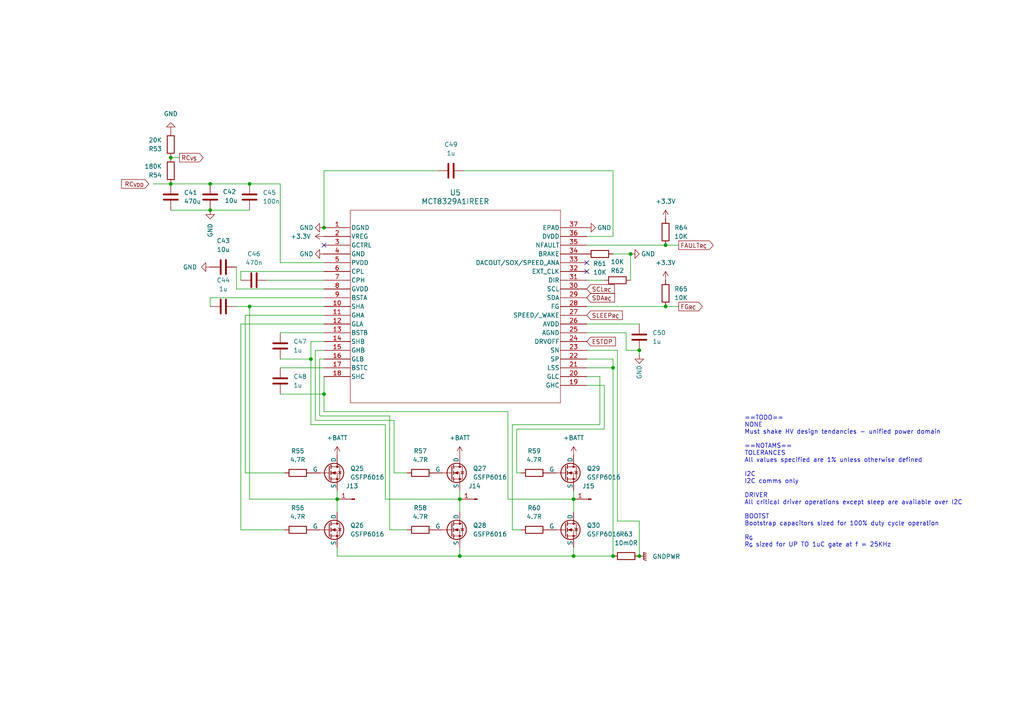
<source format=kicad_sch>
(kicad_sch
	(version 20231120)
	(generator "eeschema")
	(generator_version "8.0")
	(uuid "8f5cc1eb-524c-4f4c-a65c-2925353de4b3")
	(paper "A4")
	(title_block
		(title "MQ Rover Controller")
		(date "2024-12-23")
		(rev "A")
		(company "Sierra Engineering Design")
		(comment 1 "Rev. A Initial release")
	)
	(lib_symbols
		(symbol "Connector:Conn_01x01_Pin"
			(pin_names
				(offset 1.016) hide)
			(exclude_from_sim no)
			(in_bom yes)
			(on_board yes)
			(property "Reference" "J"
				(at 0 2.54 0)
				(effects
					(font
						(size 1.27 1.27)
					)
				)
			)
			(property "Value" "Conn_01x01_Pin"
				(at 0 -2.54 0)
				(effects
					(font
						(size 1.27 1.27)
					)
				)
			)
			(property "Footprint" ""
				(at 0 0 0)
				(effects
					(font
						(size 1.27 1.27)
					)
					(hide yes)
				)
			)
			(property "Datasheet" "~"
				(at 0 0 0)
				(effects
					(font
						(size 1.27 1.27)
					)
					(hide yes)
				)
			)
			(property "Description" "Generic connector, single row, 01x01, script generated"
				(at 0 0 0)
				(effects
					(font
						(size 1.27 1.27)
					)
					(hide yes)
				)
			)
			(property "ki_locked" ""
				(at 0 0 0)
				(effects
					(font
						(size 1.27 1.27)
					)
				)
			)
			(property "ki_keywords" "connector"
				(at 0 0 0)
				(effects
					(font
						(size 1.27 1.27)
					)
					(hide yes)
				)
			)
			(property "ki_fp_filters" "Connector*:*_1x??_*"
				(at 0 0 0)
				(effects
					(font
						(size 1.27 1.27)
					)
					(hide yes)
				)
			)
			(symbol "Conn_01x01_Pin_1_1"
				(polyline
					(pts
						(xy 1.27 0) (xy 0.8636 0)
					)
					(stroke
						(width 0.1524)
						(type default)
					)
					(fill
						(type none)
					)
				)
				(rectangle
					(start 0.8636 0.127)
					(end 0 -0.127)
					(stroke
						(width 0.1524)
						(type default)
					)
					(fill
						(type outline)
					)
				)
				(pin passive line
					(at 5.08 0 180)
					(length 3.81)
					(name "Pin_1"
						(effects
							(font
								(size 1.27 1.27)
							)
						)
					)
					(number "1"
						(effects
							(font
								(size 1.27 1.27)
							)
						)
					)
				)
			)
		)
		(symbol "Device:C"
			(pin_numbers hide)
			(pin_names
				(offset 0.254)
			)
			(exclude_from_sim no)
			(in_bom yes)
			(on_board yes)
			(property "Reference" "C"
				(at 0.635 2.54 0)
				(effects
					(font
						(size 1.27 1.27)
					)
					(justify left)
				)
			)
			(property "Value" "C"
				(at 0.635 -2.54 0)
				(effects
					(font
						(size 1.27 1.27)
					)
					(justify left)
				)
			)
			(property "Footprint" ""
				(at 0.9652 -3.81 0)
				(effects
					(font
						(size 1.27 1.27)
					)
					(hide yes)
				)
			)
			(property "Datasheet" "~"
				(at 0 0 0)
				(effects
					(font
						(size 1.27 1.27)
					)
					(hide yes)
				)
			)
			(property "Description" "Unpolarized capacitor"
				(at 0 0 0)
				(effects
					(font
						(size 1.27 1.27)
					)
					(hide yes)
				)
			)
			(property "ki_keywords" "cap capacitor"
				(at 0 0 0)
				(effects
					(font
						(size 1.27 1.27)
					)
					(hide yes)
				)
			)
			(property "ki_fp_filters" "C_*"
				(at 0 0 0)
				(effects
					(font
						(size 1.27 1.27)
					)
					(hide yes)
				)
			)
			(symbol "C_0_1"
				(polyline
					(pts
						(xy -2.032 -0.762) (xy 2.032 -0.762)
					)
					(stroke
						(width 0.508)
						(type default)
					)
					(fill
						(type none)
					)
				)
				(polyline
					(pts
						(xy -2.032 0.762) (xy 2.032 0.762)
					)
					(stroke
						(width 0.508)
						(type default)
					)
					(fill
						(type none)
					)
				)
			)
			(symbol "C_1_1"
				(pin passive line
					(at 0 3.81 270)
					(length 2.794)
					(name "~"
						(effects
							(font
								(size 1.27 1.27)
							)
						)
					)
					(number "1"
						(effects
							(font
								(size 1.27 1.27)
							)
						)
					)
				)
				(pin passive line
					(at 0 -3.81 90)
					(length 2.794)
					(name "~"
						(effects
							(font
								(size 1.27 1.27)
							)
						)
					)
					(number "2"
						(effects
							(font
								(size 1.27 1.27)
							)
						)
					)
				)
			)
		)
		(symbol "Device:R"
			(pin_numbers hide)
			(pin_names
				(offset 0)
			)
			(exclude_from_sim no)
			(in_bom yes)
			(on_board yes)
			(property "Reference" "R"
				(at 2.032 0 90)
				(effects
					(font
						(size 1.27 1.27)
					)
				)
			)
			(property "Value" "R"
				(at 0 0 90)
				(effects
					(font
						(size 1.27 1.27)
					)
				)
			)
			(property "Footprint" ""
				(at -1.778 0 90)
				(effects
					(font
						(size 1.27 1.27)
					)
					(hide yes)
				)
			)
			(property "Datasheet" "~"
				(at 0 0 0)
				(effects
					(font
						(size 1.27 1.27)
					)
					(hide yes)
				)
			)
			(property "Description" "Resistor"
				(at 0 0 0)
				(effects
					(font
						(size 1.27 1.27)
					)
					(hide yes)
				)
			)
			(property "ki_keywords" "R res resistor"
				(at 0 0 0)
				(effects
					(font
						(size 1.27 1.27)
					)
					(hide yes)
				)
			)
			(property "ki_fp_filters" "R_*"
				(at 0 0 0)
				(effects
					(font
						(size 1.27 1.27)
					)
					(hide yes)
				)
			)
			(symbol "R_0_1"
				(rectangle
					(start -1.016 -2.54)
					(end 1.016 2.54)
					(stroke
						(width 0.254)
						(type default)
					)
					(fill
						(type none)
					)
				)
			)
			(symbol "R_1_1"
				(pin passive line
					(at 0 3.81 270)
					(length 1.27)
					(name "~"
						(effects
							(font
								(size 1.27 1.27)
							)
						)
					)
					(number "1"
						(effects
							(font
								(size 1.27 1.27)
							)
						)
					)
				)
				(pin passive line
					(at 0 -3.81 90)
					(length 1.27)
					(name "~"
						(effects
							(font
								(size 1.27 1.27)
							)
						)
					)
					(number "2"
						(effects
							(font
								(size 1.27 1.27)
							)
						)
					)
				)
			)
		)
		(symbol "MCT8329:MCT8329A1IREER"
			(pin_names
				(offset 0.254)
			)
			(exclude_from_sim no)
			(in_bom yes)
			(on_board yes)
			(property "Reference" "U"
				(at 38.1 10.16 0)
				(effects
					(font
						(size 1.524 1.524)
					)
				)
			)
			(property "Value" "MCT8329A1IREER"
				(at 38.1 7.62 0)
				(effects
					(font
						(size 1.524 1.524)
					)
				)
			)
			(property "Footprint" "WQFN36_REE_TEX"
				(at 0 0 0)
				(effects
					(font
						(size 1.27 1.27)
						(italic yes)
					)
					(hide yes)
				)
			)
			(property "Datasheet" "MCT8329A1IREER"
				(at 0 0 0)
				(effects
					(font
						(size 1.27 1.27)
						(italic yes)
					)
					(hide yes)
				)
			)
			(property "Description" ""
				(at 0 0 0)
				(effects
					(font
						(size 1.27 1.27)
					)
					(hide yes)
				)
			)
			(property "ki_locked" ""
				(at 0 0 0)
				(effects
					(font
						(size 1.27 1.27)
					)
				)
			)
			(property "ki_keywords" "MCT8329A1IREER"
				(at 0 0 0)
				(effects
					(font
						(size 1.27 1.27)
					)
					(hide yes)
				)
			)
			(property "ki_fp_filters" "WQFN36_REE_TEX WQFN36_REE_TEX-M WQFN36_REE_TEX-L"
				(at 0 0 0)
				(effects
					(font
						(size 1.27 1.27)
					)
					(hide yes)
				)
			)
			(symbol "MCT8329A1IREER_0_1"
				(polyline
					(pts
						(xy 7.62 -50.8) (xy 68.58 -50.8)
					)
					(stroke
						(width 0.127)
						(type default)
					)
					(fill
						(type none)
					)
				)
				(polyline
					(pts
						(xy 7.62 5.08) (xy 7.62 -50.8)
					)
					(stroke
						(width 0.127)
						(type default)
					)
					(fill
						(type none)
					)
				)
				(polyline
					(pts
						(xy 68.58 -50.8) (xy 68.58 5.08)
					)
					(stroke
						(width 0.127)
						(type default)
					)
					(fill
						(type none)
					)
				)
				(polyline
					(pts
						(xy 68.58 5.08) (xy 7.62 5.08)
					)
					(stroke
						(width 0.127)
						(type default)
					)
					(fill
						(type none)
					)
				)
				(pin power_out line
					(at 0 0 0)
					(length 7.62)
					(name "DGND"
						(effects
							(font
								(size 1.27 1.27)
							)
						)
					)
					(number "1"
						(effects
							(font
								(size 1.27 1.27)
							)
						)
					)
				)
				(pin bidirectional line
					(at 0 -22.86 0)
					(length 7.62)
					(name "SHA"
						(effects
							(font
								(size 1.27 1.27)
							)
						)
					)
					(number "10"
						(effects
							(font
								(size 1.27 1.27)
							)
						)
					)
				)
				(pin output line
					(at 0 -25.4 0)
					(length 7.62)
					(name "GHA"
						(effects
							(font
								(size 1.27 1.27)
							)
						)
					)
					(number "11"
						(effects
							(font
								(size 1.27 1.27)
							)
						)
					)
				)
				(pin output line
					(at 0 -27.94 0)
					(length 7.62)
					(name "GLA"
						(effects
							(font
								(size 1.27 1.27)
							)
						)
					)
					(number "12"
						(effects
							(font
								(size 1.27 1.27)
							)
						)
					)
				)
				(pin output line
					(at 0 -30.48 0)
					(length 7.62)
					(name "BSTB"
						(effects
							(font
								(size 1.27 1.27)
							)
						)
					)
					(number "13"
						(effects
							(font
								(size 1.27 1.27)
							)
						)
					)
				)
				(pin bidirectional line
					(at 0 -33.02 0)
					(length 7.62)
					(name "SHB"
						(effects
							(font
								(size 1.27 1.27)
							)
						)
					)
					(number "14"
						(effects
							(font
								(size 1.27 1.27)
							)
						)
					)
				)
				(pin output line
					(at 0 -35.56 0)
					(length 7.62)
					(name "GHB"
						(effects
							(font
								(size 1.27 1.27)
							)
						)
					)
					(number "15"
						(effects
							(font
								(size 1.27 1.27)
							)
						)
					)
				)
				(pin output line
					(at 0 -38.1 0)
					(length 7.62)
					(name "GLB"
						(effects
							(font
								(size 1.27 1.27)
							)
						)
					)
					(number "16"
						(effects
							(font
								(size 1.27 1.27)
							)
						)
					)
				)
				(pin output line
					(at 0 -40.64 0)
					(length 7.62)
					(name "BSTC"
						(effects
							(font
								(size 1.27 1.27)
							)
						)
					)
					(number "17"
						(effects
							(font
								(size 1.27 1.27)
							)
						)
					)
				)
				(pin bidirectional line
					(at 0 -43.18 0)
					(length 7.62)
					(name "SHC"
						(effects
							(font
								(size 1.27 1.27)
							)
						)
					)
					(number "18"
						(effects
							(font
								(size 1.27 1.27)
							)
						)
					)
				)
				(pin output line
					(at 76.2 -45.72 180)
					(length 7.62)
					(name "GHC"
						(effects
							(font
								(size 1.27 1.27)
							)
						)
					)
					(number "19"
						(effects
							(font
								(size 1.27 1.27)
							)
						)
					)
				)
				(pin power_in line
					(at 0 -2.54 0)
					(length 7.62)
					(name "VREG"
						(effects
							(font
								(size 1.27 1.27)
							)
						)
					)
					(number "2"
						(effects
							(font
								(size 1.27 1.27)
							)
						)
					)
				)
				(pin output line
					(at 76.2 -43.18 180)
					(length 7.62)
					(name "GLC"
						(effects
							(font
								(size 1.27 1.27)
							)
						)
					)
					(number "20"
						(effects
							(font
								(size 1.27 1.27)
							)
						)
					)
				)
				(pin power_in line
					(at 76.2 -40.64 180)
					(length 7.62)
					(name "LSS"
						(effects
							(font
								(size 1.27 1.27)
							)
						)
					)
					(number "21"
						(effects
							(font
								(size 1.27 1.27)
							)
						)
					)
				)
				(pin input line
					(at 76.2 -38.1 180)
					(length 7.62)
					(name "SP"
						(effects
							(font
								(size 1.27 1.27)
							)
						)
					)
					(number "22"
						(effects
							(font
								(size 1.27 1.27)
							)
						)
					)
				)
				(pin input line
					(at 76.2 -35.56 180)
					(length 7.62)
					(name "SN"
						(effects
							(font
								(size 1.27 1.27)
							)
						)
					)
					(number "23"
						(effects
							(font
								(size 1.27 1.27)
							)
						)
					)
				)
				(pin input line
					(at 76.2 -33.02 180)
					(length 7.62)
					(name "DRVOFF"
						(effects
							(font
								(size 1.27 1.27)
							)
						)
					)
					(number "24"
						(effects
							(font
								(size 1.27 1.27)
							)
						)
					)
				)
				(pin power_out line
					(at 76.2 -30.48 180)
					(length 7.62)
					(name "AGND"
						(effects
							(font
								(size 1.27 1.27)
							)
						)
					)
					(number "25"
						(effects
							(font
								(size 1.27 1.27)
							)
						)
					)
				)
				(pin power_in line
					(at 76.2 -27.94 180)
					(length 7.62)
					(name "AVDD"
						(effects
							(font
								(size 1.27 1.27)
							)
						)
					)
					(number "26"
						(effects
							(font
								(size 1.27 1.27)
							)
						)
					)
				)
				(pin input line
					(at 76.2 -25.4 180)
					(length 7.62)
					(name "SPEED/_WAKE"
						(effects
							(font
								(size 1.27 1.27)
							)
						)
					)
					(number "27"
						(effects
							(font
								(size 1.27 1.27)
							)
						)
					)
				)
				(pin output line
					(at 76.2 -22.86 180)
					(length 7.62)
					(name "FG"
						(effects
							(font
								(size 1.27 1.27)
							)
						)
					)
					(number "28"
						(effects
							(font
								(size 1.27 1.27)
							)
						)
					)
				)
				(pin bidirectional line
					(at 76.2 -20.32 180)
					(length 7.62)
					(name "SDA"
						(effects
							(font
								(size 1.27 1.27)
							)
						)
					)
					(number "29"
						(effects
							(font
								(size 1.27 1.27)
							)
						)
					)
				)
				(pin output line
					(at 0 -5.08 0)
					(length 7.62)
					(name "GCTRL"
						(effects
							(font
								(size 1.27 1.27)
							)
						)
					)
					(number "3"
						(effects
							(font
								(size 1.27 1.27)
							)
						)
					)
				)
				(pin input line
					(at 76.2 -17.78 180)
					(length 7.62)
					(name "SCL"
						(effects
							(font
								(size 1.27 1.27)
							)
						)
					)
					(number "30"
						(effects
							(font
								(size 1.27 1.27)
							)
						)
					)
				)
				(pin input line
					(at 76.2 -15.24 180)
					(length 7.62)
					(name "DIR"
						(effects
							(font
								(size 1.27 1.27)
							)
						)
					)
					(number "31"
						(effects
							(font
								(size 1.27 1.27)
							)
						)
					)
				)
				(pin input line
					(at 76.2 -12.7 180)
					(length 7.62)
					(name "EXT_CLK"
						(effects
							(font
								(size 1.27 1.27)
							)
						)
					)
					(number "32"
						(effects
							(font
								(size 1.27 1.27)
							)
						)
					)
				)
				(pin bidirectional line
					(at 76.2 -10.16 180)
					(length 7.62)
					(name "DACOUT/SOX/SPEED_ANA"
						(effects
							(font
								(size 1.27 1.27)
							)
						)
					)
					(number "33"
						(effects
							(font
								(size 1.27 1.27)
							)
						)
					)
				)
				(pin input line
					(at 76.2 -7.62 180)
					(length 7.62)
					(name "BRAKE"
						(effects
							(font
								(size 1.27 1.27)
							)
						)
					)
					(number "34"
						(effects
							(font
								(size 1.27 1.27)
							)
						)
					)
				)
				(pin output line
					(at 76.2 -5.08 180)
					(length 7.62)
					(name "NFAULT"
						(effects
							(font
								(size 1.27 1.27)
							)
						)
					)
					(number "35"
						(effects
							(font
								(size 1.27 1.27)
							)
						)
					)
				)
				(pin power_in line
					(at 76.2 -2.54 180)
					(length 7.62)
					(name "DVDD"
						(effects
							(font
								(size 1.27 1.27)
							)
						)
					)
					(number "36"
						(effects
							(font
								(size 1.27 1.27)
							)
						)
					)
				)
				(pin power_out line
					(at 76.2 0 180)
					(length 7.62)
					(name "EPAD"
						(effects
							(font
								(size 1.27 1.27)
							)
						)
					)
					(number "37"
						(effects
							(font
								(size 1.27 1.27)
							)
						)
					)
				)
				(pin power_out line
					(at 0 -7.62 0)
					(length 7.62)
					(name "GND"
						(effects
							(font
								(size 1.27 1.27)
							)
						)
					)
					(number "4"
						(effects
							(font
								(size 1.27 1.27)
							)
						)
					)
				)
				(pin power_in line
					(at 0 -10.16 0)
					(length 7.62)
					(name "PVDD"
						(effects
							(font
								(size 1.27 1.27)
							)
						)
					)
					(number "5"
						(effects
							(font
								(size 1.27 1.27)
							)
						)
					)
				)
				(pin power_in line
					(at 0 -12.7 0)
					(length 7.62)
					(name "CPL"
						(effects
							(font
								(size 1.27 1.27)
							)
						)
					)
					(number "6"
						(effects
							(font
								(size 1.27 1.27)
							)
						)
					)
				)
				(pin power_in line
					(at 0 -15.24 0)
					(length 7.62)
					(name "CPH"
						(effects
							(font
								(size 1.27 1.27)
							)
						)
					)
					(number "7"
						(effects
							(font
								(size 1.27 1.27)
							)
						)
					)
				)
				(pin power_in line
					(at 0 -17.78 0)
					(length 7.62)
					(name "GVDD"
						(effects
							(font
								(size 1.27 1.27)
							)
						)
					)
					(number "8"
						(effects
							(font
								(size 1.27 1.27)
							)
						)
					)
				)
				(pin output line
					(at 0 -20.32 0)
					(length 7.62)
					(name "BSTA"
						(effects
							(font
								(size 1.27 1.27)
							)
						)
					)
					(number "9"
						(effects
							(font
								(size 1.27 1.27)
							)
						)
					)
				)
			)
		)
		(symbol "Simulation_SPICE:NMOS"
			(pin_numbers hide)
			(pin_names
				(offset 0)
			)
			(exclude_from_sim no)
			(in_bom yes)
			(on_board yes)
			(property "Reference" "Q"
				(at 5.08 1.27 0)
				(effects
					(font
						(size 1.27 1.27)
					)
					(justify left)
				)
			)
			(property "Value" "NMOS"
				(at 5.08 -1.27 0)
				(effects
					(font
						(size 1.27 1.27)
					)
					(justify left)
				)
			)
			(property "Footprint" ""
				(at 5.08 2.54 0)
				(effects
					(font
						(size 1.27 1.27)
					)
					(hide yes)
				)
			)
			(property "Datasheet" "https://ngspice.sourceforge.io/docs/ngspice-html-manual/manual.xhtml#cha_MOSFETs"
				(at 0 -12.7 0)
				(effects
					(font
						(size 1.27 1.27)
					)
					(hide yes)
				)
			)
			(property "Description" "N-MOSFET transistor, drain/source/gate"
				(at 0 0 0)
				(effects
					(font
						(size 1.27 1.27)
					)
					(hide yes)
				)
			)
			(property "Sim.Device" "NMOS"
				(at 0 -17.145 0)
				(effects
					(font
						(size 1.27 1.27)
					)
					(hide yes)
				)
			)
			(property "Sim.Type" "VDMOS"
				(at 0 -19.05 0)
				(effects
					(font
						(size 1.27 1.27)
					)
					(hide yes)
				)
			)
			(property "Sim.Pins" "1=D 2=G 3=S"
				(at 0 -15.24 0)
				(effects
					(font
						(size 1.27 1.27)
					)
					(hide yes)
				)
			)
			(property "ki_keywords" "transistor NMOS N-MOS N-MOSFET simulation"
				(at 0 0 0)
				(effects
					(font
						(size 1.27 1.27)
					)
					(hide yes)
				)
			)
			(symbol "NMOS_0_1"
				(polyline
					(pts
						(xy 0.254 0) (xy -2.54 0)
					)
					(stroke
						(width 0)
						(type default)
					)
					(fill
						(type none)
					)
				)
				(polyline
					(pts
						(xy 0.254 1.905) (xy 0.254 -1.905)
					)
					(stroke
						(width 0.254)
						(type default)
					)
					(fill
						(type none)
					)
				)
				(polyline
					(pts
						(xy 0.762 -1.27) (xy 0.762 -2.286)
					)
					(stroke
						(width 0.254)
						(type default)
					)
					(fill
						(type none)
					)
				)
				(polyline
					(pts
						(xy 0.762 0.508) (xy 0.762 -0.508)
					)
					(stroke
						(width 0.254)
						(type default)
					)
					(fill
						(type none)
					)
				)
				(polyline
					(pts
						(xy 0.762 2.286) (xy 0.762 1.27)
					)
					(stroke
						(width 0.254)
						(type default)
					)
					(fill
						(type none)
					)
				)
				(polyline
					(pts
						(xy 2.54 2.54) (xy 2.54 1.778)
					)
					(stroke
						(width 0)
						(type default)
					)
					(fill
						(type none)
					)
				)
				(polyline
					(pts
						(xy 2.54 -2.54) (xy 2.54 0) (xy 0.762 0)
					)
					(stroke
						(width 0)
						(type default)
					)
					(fill
						(type none)
					)
				)
				(polyline
					(pts
						(xy 0.762 -1.778) (xy 3.302 -1.778) (xy 3.302 1.778) (xy 0.762 1.778)
					)
					(stroke
						(width 0)
						(type default)
					)
					(fill
						(type none)
					)
				)
				(polyline
					(pts
						(xy 1.016 0) (xy 2.032 0.381) (xy 2.032 -0.381) (xy 1.016 0)
					)
					(stroke
						(width 0)
						(type default)
					)
					(fill
						(type outline)
					)
				)
				(polyline
					(pts
						(xy 2.794 0.508) (xy 2.921 0.381) (xy 3.683 0.381) (xy 3.81 0.254)
					)
					(stroke
						(width 0)
						(type default)
					)
					(fill
						(type none)
					)
				)
				(polyline
					(pts
						(xy 3.302 0.381) (xy 2.921 -0.254) (xy 3.683 -0.254) (xy 3.302 0.381)
					)
					(stroke
						(width 0)
						(type default)
					)
					(fill
						(type none)
					)
				)
				(circle
					(center 1.651 0)
					(radius 2.794)
					(stroke
						(width 0.254)
						(type default)
					)
					(fill
						(type none)
					)
				)
				(circle
					(center 2.54 -1.778)
					(radius 0.254)
					(stroke
						(width 0)
						(type default)
					)
					(fill
						(type outline)
					)
				)
				(circle
					(center 2.54 1.778)
					(radius 0.254)
					(stroke
						(width 0)
						(type default)
					)
					(fill
						(type outline)
					)
				)
			)
			(symbol "NMOS_1_1"
				(pin passive line
					(at 2.54 5.08 270)
					(length 2.54)
					(name "D"
						(effects
							(font
								(size 1.27 1.27)
							)
						)
					)
					(number "1"
						(effects
							(font
								(size 1.27 1.27)
							)
						)
					)
				)
				(pin input line
					(at -5.08 0 0)
					(length 2.54)
					(name "G"
						(effects
							(font
								(size 1.27 1.27)
							)
						)
					)
					(number "2"
						(effects
							(font
								(size 1.27 1.27)
							)
						)
					)
				)
				(pin passive line
					(at 2.54 -5.08 90)
					(length 2.54)
					(name "S"
						(effects
							(font
								(size 1.27 1.27)
							)
						)
					)
					(number "3"
						(effects
							(font
								(size 1.27 1.27)
							)
						)
					)
				)
			)
		)
		(symbol "power:+3.3V"
			(power)
			(pin_numbers hide)
			(pin_names
				(offset 0) hide)
			(exclude_from_sim no)
			(in_bom yes)
			(on_board yes)
			(property "Reference" "#PWR"
				(at 0 -3.81 0)
				(effects
					(font
						(size 1.27 1.27)
					)
					(hide yes)
				)
			)
			(property "Value" "+3.3V"
				(at 0 3.556 0)
				(effects
					(font
						(size 1.27 1.27)
					)
				)
			)
			(property "Footprint" ""
				(at 0 0 0)
				(effects
					(font
						(size 1.27 1.27)
					)
					(hide yes)
				)
			)
			(property "Datasheet" ""
				(at 0 0 0)
				(effects
					(font
						(size 1.27 1.27)
					)
					(hide yes)
				)
			)
			(property "Description" "Power symbol creates a global label with name \"+3.3V\""
				(at 0 0 0)
				(effects
					(font
						(size 1.27 1.27)
					)
					(hide yes)
				)
			)
			(property "ki_keywords" "global power"
				(at 0 0 0)
				(effects
					(font
						(size 1.27 1.27)
					)
					(hide yes)
				)
			)
			(symbol "+3.3V_0_1"
				(polyline
					(pts
						(xy -0.762 1.27) (xy 0 2.54)
					)
					(stroke
						(width 0)
						(type default)
					)
					(fill
						(type none)
					)
				)
				(polyline
					(pts
						(xy 0 0) (xy 0 2.54)
					)
					(stroke
						(width 0)
						(type default)
					)
					(fill
						(type none)
					)
				)
				(polyline
					(pts
						(xy 0 2.54) (xy 0.762 1.27)
					)
					(stroke
						(width 0)
						(type default)
					)
					(fill
						(type none)
					)
				)
			)
			(symbol "+3.3V_1_1"
				(pin power_in line
					(at 0 0 90)
					(length 0)
					(name "~"
						(effects
							(font
								(size 1.27 1.27)
							)
						)
					)
					(number "1"
						(effects
							(font
								(size 1.27 1.27)
							)
						)
					)
				)
			)
		)
		(symbol "power:+BATT"
			(power)
			(pin_numbers hide)
			(pin_names
				(offset 0) hide)
			(exclude_from_sim no)
			(in_bom yes)
			(on_board yes)
			(property "Reference" "#PWR"
				(at 0 -3.81 0)
				(effects
					(font
						(size 1.27 1.27)
					)
					(hide yes)
				)
			)
			(property "Value" "+BATT"
				(at 0 3.556 0)
				(effects
					(font
						(size 1.27 1.27)
					)
				)
			)
			(property "Footprint" ""
				(at 0 0 0)
				(effects
					(font
						(size 1.27 1.27)
					)
					(hide yes)
				)
			)
			(property "Datasheet" ""
				(at 0 0 0)
				(effects
					(font
						(size 1.27 1.27)
					)
					(hide yes)
				)
			)
			(property "Description" "Power symbol creates a global label with name \"+BATT\""
				(at 0 0 0)
				(effects
					(font
						(size 1.27 1.27)
					)
					(hide yes)
				)
			)
			(property "ki_keywords" "global power battery"
				(at 0 0 0)
				(effects
					(font
						(size 1.27 1.27)
					)
					(hide yes)
				)
			)
			(symbol "+BATT_0_1"
				(polyline
					(pts
						(xy -0.762 1.27) (xy 0 2.54)
					)
					(stroke
						(width 0)
						(type default)
					)
					(fill
						(type none)
					)
				)
				(polyline
					(pts
						(xy 0 0) (xy 0 2.54)
					)
					(stroke
						(width 0)
						(type default)
					)
					(fill
						(type none)
					)
				)
				(polyline
					(pts
						(xy 0 2.54) (xy 0.762 1.27)
					)
					(stroke
						(width 0)
						(type default)
					)
					(fill
						(type none)
					)
				)
			)
			(symbol "+BATT_1_1"
				(pin power_in line
					(at 0 0 90)
					(length 0)
					(name "~"
						(effects
							(font
								(size 1.27 1.27)
							)
						)
					)
					(number "1"
						(effects
							(font
								(size 1.27 1.27)
							)
						)
					)
				)
			)
		)
		(symbol "power:GND"
			(power)
			(pin_numbers hide)
			(pin_names
				(offset 0) hide)
			(exclude_from_sim no)
			(in_bom yes)
			(on_board yes)
			(property "Reference" "#PWR"
				(at 0 -6.35 0)
				(effects
					(font
						(size 1.27 1.27)
					)
					(hide yes)
				)
			)
			(property "Value" "GND"
				(at 0 -3.81 0)
				(effects
					(font
						(size 1.27 1.27)
					)
				)
			)
			(property "Footprint" ""
				(at 0 0 0)
				(effects
					(font
						(size 1.27 1.27)
					)
					(hide yes)
				)
			)
			(property "Datasheet" ""
				(at 0 0 0)
				(effects
					(font
						(size 1.27 1.27)
					)
					(hide yes)
				)
			)
			(property "Description" "Power symbol creates a global label with name \"GND\" , ground"
				(at 0 0 0)
				(effects
					(font
						(size 1.27 1.27)
					)
					(hide yes)
				)
			)
			(property "ki_keywords" "global power"
				(at 0 0 0)
				(effects
					(font
						(size 1.27 1.27)
					)
					(hide yes)
				)
			)
			(symbol "GND_0_1"
				(polyline
					(pts
						(xy 0 0) (xy 0 -1.27) (xy 1.27 -1.27) (xy 0 -2.54) (xy -1.27 -1.27) (xy 0 -1.27)
					)
					(stroke
						(width 0)
						(type default)
					)
					(fill
						(type none)
					)
				)
			)
			(symbol "GND_1_1"
				(pin power_in line
					(at 0 0 270)
					(length 0)
					(name "~"
						(effects
							(font
								(size 1.27 1.27)
							)
						)
					)
					(number "1"
						(effects
							(font
								(size 1.27 1.27)
							)
						)
					)
				)
			)
		)
		(symbol "power:GNDPWR"
			(power)
			(pin_numbers hide)
			(pin_names
				(offset 0) hide)
			(exclude_from_sim no)
			(in_bom yes)
			(on_board yes)
			(property "Reference" "#PWR"
				(at 0 -5.08 0)
				(effects
					(font
						(size 1.27 1.27)
					)
					(hide yes)
				)
			)
			(property "Value" "GNDPWR"
				(at 0 -3.302 0)
				(effects
					(font
						(size 1.27 1.27)
					)
				)
			)
			(property "Footprint" ""
				(at 0 -1.27 0)
				(effects
					(font
						(size 1.27 1.27)
					)
					(hide yes)
				)
			)
			(property "Datasheet" ""
				(at 0 -1.27 0)
				(effects
					(font
						(size 1.27 1.27)
					)
					(hide yes)
				)
			)
			(property "Description" "Power symbol creates a global label with name \"GNDPWR\" , global ground"
				(at 0 0 0)
				(effects
					(font
						(size 1.27 1.27)
					)
					(hide yes)
				)
			)
			(property "ki_keywords" "global ground"
				(at 0 0 0)
				(effects
					(font
						(size 1.27 1.27)
					)
					(hide yes)
				)
			)
			(symbol "GNDPWR_0_1"
				(polyline
					(pts
						(xy 0 -1.27) (xy 0 0)
					)
					(stroke
						(width 0)
						(type default)
					)
					(fill
						(type none)
					)
				)
				(polyline
					(pts
						(xy -1.016 -1.27) (xy -1.27 -2.032) (xy -1.27 -2.032)
					)
					(stroke
						(width 0.2032)
						(type default)
					)
					(fill
						(type none)
					)
				)
				(polyline
					(pts
						(xy -0.508 -1.27) (xy -0.762 -2.032) (xy -0.762 -2.032)
					)
					(stroke
						(width 0.2032)
						(type default)
					)
					(fill
						(type none)
					)
				)
				(polyline
					(pts
						(xy 0 -1.27) (xy -0.254 -2.032) (xy -0.254 -2.032)
					)
					(stroke
						(width 0.2032)
						(type default)
					)
					(fill
						(type none)
					)
				)
				(polyline
					(pts
						(xy 0.508 -1.27) (xy 0.254 -2.032) (xy 0.254 -2.032)
					)
					(stroke
						(width 0.2032)
						(type default)
					)
					(fill
						(type none)
					)
				)
				(polyline
					(pts
						(xy 1.016 -1.27) (xy -1.016 -1.27) (xy -1.016 -1.27)
					)
					(stroke
						(width 0.2032)
						(type default)
					)
					(fill
						(type none)
					)
				)
				(polyline
					(pts
						(xy 1.016 -1.27) (xy 0.762 -2.032) (xy 0.762 -2.032) (xy 0.762 -2.032)
					)
					(stroke
						(width 0.2032)
						(type default)
					)
					(fill
						(type none)
					)
				)
			)
			(symbol "GNDPWR_1_1"
				(pin power_in line
					(at 0 0 270)
					(length 0)
					(name "~"
						(effects
							(font
								(size 1.27 1.27)
							)
						)
					)
					(number "1"
						(effects
							(font
								(size 1.27 1.27)
							)
						)
					)
				)
			)
		)
	)
	(junction
		(at 177.8 106.68)
		(diameter 0)
		(color 0 0 0 0)
		(uuid "0932c415-d64d-4f3f-a9a3-7d86a166c0aa")
	)
	(junction
		(at 185.42 161.29)
		(diameter 0)
		(color 0 0 0 0)
		(uuid "0ab23215-9332-4b27-b4a9-54a4ef4abde9")
	)
	(junction
		(at 93.98 114.3)
		(diameter 0)
		(color 0 0 0 0)
		(uuid "0fdca84c-c00c-442f-a015-489c4e7b18b9")
	)
	(junction
		(at 193.04 88.9)
		(diameter 0)
		(color 0 0 0 0)
		(uuid "12aa941f-a1fa-41b6-a6ef-df7882d640aa")
	)
	(junction
		(at 93.98 66.04)
		(diameter 0)
		(color 0 0 0 0)
		(uuid "190d09d2-5490-4af7-bea7-1bf7683b00c6")
	)
	(junction
		(at 72.39 88.9)
		(diameter 0)
		(color 0 0 0 0)
		(uuid "1cc25b86-e239-4f5b-8687-e2a7e7357b24")
	)
	(junction
		(at 60.96 53.34)
		(diameter 0)
		(color 0 0 0 0)
		(uuid "269ee91b-6070-4490-aa36-638c6d242847")
	)
	(junction
		(at 133.35 161.29)
		(diameter 0)
		(color 0 0 0 0)
		(uuid "3156eee2-97b7-485a-9ec0-d53b6b411cf3")
	)
	(junction
		(at 133.35 144.78)
		(diameter 0)
		(color 0 0 0 0)
		(uuid "37688c7f-8ac5-4a8b-8a7c-2ce2d0fa855a")
	)
	(junction
		(at 185.42 101.6)
		(diameter 0)
		(color 0 0 0 0)
		(uuid "4bff00e9-9aaa-45ff-a716-9b36cf85ee86")
	)
	(junction
		(at 193.04 71.12)
		(diameter 0)
		(color 0 0 0 0)
		(uuid "5bf5ecfd-4263-4dc0-b90e-4a5454d0d103")
	)
	(junction
		(at 97.79 144.78)
		(diameter 0)
		(color 0 0 0 0)
		(uuid "647bd622-e476-42d4-9b01-b081f51bc3ba")
	)
	(junction
		(at 182.88 73.66)
		(diameter 0)
		(color 0 0 0 0)
		(uuid "7d057608-cfa5-428b-a7bb-c3a229dd6dec")
	)
	(junction
		(at 90.17 104.14)
		(diameter 0)
		(color 0 0 0 0)
		(uuid "7fb60885-bd39-4212-8a59-977ef5f253c8")
	)
	(junction
		(at 49.53 53.34)
		(diameter 0)
		(color 0 0 0 0)
		(uuid "8161139c-89ca-473e-b880-cd7681b4df25")
	)
	(junction
		(at 177.8 161.29)
		(diameter 0)
		(color 0 0 0 0)
		(uuid "8b510278-9bac-42e1-9274-70bb263c3a54")
	)
	(junction
		(at 60.96 60.96)
		(diameter 0)
		(color 0 0 0 0)
		(uuid "8b939156-5bde-49cd-b45b-45f7f4589301")
	)
	(junction
		(at 166.37 161.29)
		(diameter 0)
		(color 0 0 0 0)
		(uuid "9f4f6c67-3a64-4a3c-aef9-8dd84ded6580")
	)
	(junction
		(at 49.53 45.72)
		(diameter 0)
		(color 0 0 0 0)
		(uuid "a50c9629-033b-467e-abe0-b19a09e291e7")
	)
	(junction
		(at 72.39 53.34)
		(diameter 0)
		(color 0 0 0 0)
		(uuid "a5c9a206-3873-43b2-a392-9228d372577a")
	)
	(junction
		(at 166.37 144.78)
		(diameter 0)
		(color 0 0 0 0)
		(uuid "d274e3b1-db6a-4b03-b877-562459886d5d")
	)
	(no_connect
		(at 170.18 78.74)
		(uuid "0c5f5f4b-42ec-4078-8621-6c2a46bfacb1")
	)
	(no_connect
		(at 93.98 71.12)
		(uuid "c942cf56-5815-4020-b473-c99ce016e59f")
	)
	(no_connect
		(at 170.18 76.2)
		(uuid "ea59beb4-a685-4e5c-9da0-26f0c83183aa")
	)
	(wire
		(pts
			(xy 149.86 137.16) (xy 149.86 124.46)
		)
		(stroke
			(width 0)
			(type default)
		)
		(uuid "05fabb28-1bbf-4b6f-895a-71a3a78019c0")
	)
	(wire
		(pts
			(xy 49.53 60.96) (xy 60.96 60.96)
		)
		(stroke
			(width 0)
			(type default)
		)
		(uuid "0842ee5b-3be9-4e39-8046-433013a63056")
	)
	(wire
		(pts
			(xy 182.88 73.66) (xy 182.88 81.28)
		)
		(stroke
			(width 0)
			(type default)
		)
		(uuid "0c2af8d7-f342-4b2c-af4b-50c541a97f54")
	)
	(wire
		(pts
			(xy 69.85 153.67) (xy 82.55 153.67)
		)
		(stroke
			(width 0)
			(type default)
		)
		(uuid "0f8ae63e-3c63-4f04-91d2-e79a74353dee")
	)
	(wire
		(pts
			(xy 82.55 137.16) (xy 71.12 137.16)
		)
		(stroke
			(width 0)
			(type default)
		)
		(uuid "10932762-058b-42b7-9bb9-30680a9e09d8")
	)
	(wire
		(pts
			(xy 81.28 104.14) (xy 90.17 104.14)
		)
		(stroke
			(width 0)
			(type default)
		)
		(uuid "1134e149-577d-459b-aa2b-7dd297adffec")
	)
	(wire
		(pts
			(xy 175.26 124.46) (xy 175.26 111.76)
		)
		(stroke
			(width 0)
			(type default)
		)
		(uuid "1170a567-d5d2-4b37-a8cd-8648832967f6")
	)
	(wire
		(pts
			(xy 179.07 151.13) (xy 179.07 101.6)
		)
		(stroke
			(width 0)
			(type default)
		)
		(uuid "1222bba9-bb95-4a4d-80ee-6305e10ed519")
	)
	(wire
		(pts
			(xy 170.18 88.9) (xy 193.04 88.9)
		)
		(stroke
			(width 0)
			(type default)
		)
		(uuid "128bda51-1fdd-4ddb-a99f-cbb2f86e2669")
	)
	(wire
		(pts
			(xy 147.32 144.78) (xy 166.37 144.78)
		)
		(stroke
			(width 0)
			(type default)
		)
		(uuid "1308173e-4a66-4547-a740-db51a42892f5")
	)
	(wire
		(pts
			(xy 148.59 123.19) (xy 148.59 153.67)
		)
		(stroke
			(width 0)
			(type default)
		)
		(uuid "14d12a9d-df1d-484d-ba33-c54f7ec4c6f1")
	)
	(wire
		(pts
			(xy 60.96 86.36) (xy 60.96 88.9)
		)
		(stroke
			(width 0)
			(type default)
		)
		(uuid "1a3f1c77-17c2-4ac2-bcf2-48e90ad2695e")
	)
	(wire
		(pts
			(xy 97.79 144.78) (xy 97.79 142.24)
		)
		(stroke
			(width 0)
			(type default)
		)
		(uuid "1dfe9f60-ba3f-4e8e-985d-7c60fd338db2")
	)
	(wire
		(pts
			(xy 173.99 123.19) (xy 148.59 123.19)
		)
		(stroke
			(width 0)
			(type default)
		)
		(uuid "1eaf0dd5-0893-4f73-b771-0d03c8812e85")
	)
	(wire
		(pts
			(xy 111.76 123.19) (xy 111.76 144.78)
		)
		(stroke
			(width 0)
			(type default)
		)
		(uuid "2382b832-631f-4a07-ae40-0ede17b60a5c")
	)
	(wire
		(pts
			(xy 175.26 111.76) (xy 170.18 111.76)
		)
		(stroke
			(width 0)
			(type default)
		)
		(uuid "2520d544-ad32-4e06-a4ec-ee44c574555a")
	)
	(wire
		(pts
			(xy 185.42 101.6) (xy 181.61 101.6)
		)
		(stroke
			(width 0)
			(type default)
		)
		(uuid "25f3586e-5a24-4d32-92f2-809d1fc2e104")
	)
	(wire
		(pts
			(xy 91.44 121.92) (xy 114.3 121.92)
		)
		(stroke
			(width 0)
			(type default)
		)
		(uuid "28a117f1-77c2-493a-a543-d3674b759041")
	)
	(wire
		(pts
			(xy 133.35 158.75) (xy 133.35 161.29)
		)
		(stroke
			(width 0)
			(type default)
		)
		(uuid "29f7911f-3923-4989-8a1a-7e1c0864f965")
	)
	(wire
		(pts
			(xy 185.42 161.29) (xy 185.42 151.13)
		)
		(stroke
			(width 0)
			(type default)
		)
		(uuid "2c0f7ccc-205c-429e-8716-8234a16daa26")
	)
	(wire
		(pts
			(xy 113.03 153.67) (xy 118.11 153.67)
		)
		(stroke
			(width 0)
			(type default)
		)
		(uuid "2ce330df-0ec0-4bcf-b234-19613fab7b05")
	)
	(wire
		(pts
			(xy 181.61 96.52) (xy 170.18 96.52)
		)
		(stroke
			(width 0)
			(type default)
		)
		(uuid "2cf68b38-9766-4372-acc2-6cee007898d3")
	)
	(wire
		(pts
			(xy 93.98 49.53) (xy 93.98 66.04)
		)
		(stroke
			(width 0)
			(type default)
		)
		(uuid "2db592b0-c284-475f-852a-270363778fde")
	)
	(wire
		(pts
			(xy 127 49.53) (xy 93.98 49.53)
		)
		(stroke
			(width 0)
			(type default)
		)
		(uuid "30a7f3b7-2e2d-42fc-b619-6f745cc36cc3")
	)
	(wire
		(pts
			(xy 177.8 73.66) (xy 182.88 73.66)
		)
		(stroke
			(width 0)
			(type default)
		)
		(uuid "32adb52e-5597-4ecd-b81b-16639d193ab8")
	)
	(wire
		(pts
			(xy 90.17 123.19) (xy 111.76 123.19)
		)
		(stroke
			(width 0)
			(type default)
		)
		(uuid "3ac79993-10a9-485b-8ae8-d5a6098a8481")
	)
	(wire
		(pts
			(xy 68.58 83.82) (xy 68.58 77.47)
		)
		(stroke
			(width 0)
			(type default)
		)
		(uuid "3dab4b8b-17eb-4f5e-b9f4-7ac70d2510f3")
	)
	(wire
		(pts
			(xy 97.79 161.29) (xy 133.35 161.29)
		)
		(stroke
			(width 0)
			(type default)
		)
		(uuid "41e9435a-bbb7-4570-b42e-cbf2ac042780")
	)
	(wire
		(pts
			(xy 170.18 81.28) (xy 175.26 81.28)
		)
		(stroke
			(width 0)
			(type default)
		)
		(uuid "42c867bf-1aac-4a10-8e83-0b2166ecd362")
	)
	(wire
		(pts
			(xy 71.12 137.16) (xy 71.12 91.44)
		)
		(stroke
			(width 0)
			(type default)
		)
		(uuid "434749bc-f5ee-4ab4-9f72-fb9818d166cd")
	)
	(wire
		(pts
			(xy 93.98 93.98) (xy 69.85 93.98)
		)
		(stroke
			(width 0)
			(type default)
		)
		(uuid "45bdce62-079d-4746-945b-0ac54283bd07")
	)
	(wire
		(pts
			(xy 170.18 109.22) (xy 173.99 109.22)
		)
		(stroke
			(width 0)
			(type default)
		)
		(uuid "48a51277-8120-4ad7-80c1-bec0806e0974")
	)
	(wire
		(pts
			(xy 60.96 60.96) (xy 72.39 60.96)
		)
		(stroke
			(width 0)
			(type default)
		)
		(uuid "48f0e715-8468-45b0-838a-2d72050ece28")
	)
	(wire
		(pts
			(xy 166.37 144.78) (xy 166.37 148.59)
		)
		(stroke
			(width 0)
			(type default)
		)
		(uuid "49ba8470-9b99-438a-894f-1e1770a4d6e3")
	)
	(wire
		(pts
			(xy 69.85 78.74) (xy 93.98 78.74)
		)
		(stroke
			(width 0)
			(type default)
		)
		(uuid "517f9c5d-4fd3-4364-b749-cd833f52191f")
	)
	(wire
		(pts
			(xy 97.79 158.75) (xy 97.79 161.29)
		)
		(stroke
			(width 0)
			(type default)
		)
		(uuid "5701f608-c6cb-4b25-9aa3-c8e7c68c3cae")
	)
	(wire
		(pts
			(xy 49.53 53.34) (xy 60.96 53.34)
		)
		(stroke
			(width 0)
			(type default)
		)
		(uuid "5f45c913-9fa5-45de-a5fd-ce3d3fd2cfa1")
	)
	(wire
		(pts
			(xy 177.8 49.53) (xy 134.62 49.53)
		)
		(stroke
			(width 0)
			(type default)
		)
		(uuid "620d505b-d6c3-4125-9c16-8447483e6101")
	)
	(wire
		(pts
			(xy 151.13 137.16) (xy 149.86 137.16)
		)
		(stroke
			(width 0)
			(type default)
		)
		(uuid "69fe907d-a4d1-478a-a13f-f2855cce4d43")
	)
	(wire
		(pts
			(xy 193.04 71.12) (xy 170.18 71.12)
		)
		(stroke
			(width 0)
			(type default)
		)
		(uuid "6a3c43b5-92c1-492c-af19-f7e9637a8802")
	)
	(wire
		(pts
			(xy 93.98 104.14) (xy 92.71 104.14)
		)
		(stroke
			(width 0)
			(type default)
		)
		(uuid "6d6ec1ca-ee79-48ea-bb73-e5713034b6e1")
	)
	(wire
		(pts
			(xy 166.37 144.78) (xy 166.37 142.24)
		)
		(stroke
			(width 0)
			(type default)
		)
		(uuid "71cbc740-d8d1-4377-9d9e-a1e14be5403a")
	)
	(wire
		(pts
			(xy 93.98 88.9) (xy 72.39 88.9)
		)
		(stroke
			(width 0)
			(type default)
		)
		(uuid "74bfdcc8-a597-4ea9-b584-6379f214e6f3")
	)
	(wire
		(pts
			(xy 69.85 93.98) (xy 69.85 153.67)
		)
		(stroke
			(width 0)
			(type default)
		)
		(uuid "77019670-9543-4e2f-a33b-3bafbcf849dd")
	)
	(wire
		(pts
			(xy 111.76 144.78) (xy 133.35 144.78)
		)
		(stroke
			(width 0)
			(type default)
		)
		(uuid "79112caa-acca-4648-b319-24d0c0894565")
	)
	(wire
		(pts
			(xy 69.85 81.28) (xy 69.85 78.74)
		)
		(stroke
			(width 0)
			(type default)
		)
		(uuid "7a0a821a-7a39-4169-938a-f8e46687037b")
	)
	(wire
		(pts
			(xy 81.28 106.68) (xy 93.98 106.68)
		)
		(stroke
			(width 0)
			(type default)
		)
		(uuid "7bdf954f-a489-4509-b135-793285cf067a")
	)
	(wire
		(pts
			(xy 60.96 86.36) (xy 93.98 86.36)
		)
		(stroke
			(width 0)
			(type default)
		)
		(uuid "820597d4-e3d3-41fc-9953-201d1df4c707")
	)
	(wire
		(pts
			(xy 177.8 104.14) (xy 177.8 106.68)
		)
		(stroke
			(width 0)
			(type default)
		)
		(uuid "878982d3-b9a9-42eb-bd1f-0dc6c395e1a6")
	)
	(wire
		(pts
			(xy 92.71 120.65) (xy 113.03 120.65)
		)
		(stroke
			(width 0)
			(type default)
		)
		(uuid "87f402a2-1601-46ae-8bf4-ca78ce5441ab")
	)
	(wire
		(pts
			(xy 91.44 101.6) (xy 91.44 121.92)
		)
		(stroke
			(width 0)
			(type default)
		)
		(uuid "941c38b0-0c5e-47d8-bdd6-01bacc1c1080")
	)
	(wire
		(pts
			(xy 93.98 109.22) (xy 93.98 114.3)
		)
		(stroke
			(width 0)
			(type default)
		)
		(uuid "98e4f8ef-a95a-4223-b236-fa2262f3cf6a")
	)
	(wire
		(pts
			(xy 72.39 144.78) (xy 97.79 144.78)
		)
		(stroke
			(width 0)
			(type default)
		)
		(uuid "9c71e67c-3a3b-4b21-9a32-2c8937cce6fe")
	)
	(wire
		(pts
			(xy 92.71 104.14) (xy 92.71 120.65)
		)
		(stroke
			(width 0)
			(type default)
		)
		(uuid "a7740898-1ea7-4835-94a1-c092d1045be5")
	)
	(wire
		(pts
			(xy 166.37 158.75) (xy 166.37 161.29)
		)
		(stroke
			(width 0)
			(type default)
		)
		(uuid "ab86a207-8af0-4b9d-b214-0068e8254135")
	)
	(wire
		(pts
			(xy 81.28 96.52) (xy 93.98 96.52)
		)
		(stroke
			(width 0)
			(type default)
		)
		(uuid "abf247d8-f461-4b47-832e-f66bdea9829c")
	)
	(wire
		(pts
			(xy 166.37 161.29) (xy 133.35 161.29)
		)
		(stroke
			(width 0)
			(type default)
		)
		(uuid "acf3df8e-82f5-41a2-815f-788481134f32")
	)
	(wire
		(pts
			(xy 60.96 53.34) (xy 72.39 53.34)
		)
		(stroke
			(width 0)
			(type default)
		)
		(uuid "acf4a4ae-9b96-4622-867d-685efb0281ee")
	)
	(wire
		(pts
			(xy 173.99 109.22) (xy 173.99 123.19)
		)
		(stroke
			(width 0)
			(type default)
		)
		(uuid "ad0317ac-fd60-4f5f-ad21-9a16a19e5470")
	)
	(wire
		(pts
			(xy 93.98 99.06) (xy 90.17 99.06)
		)
		(stroke
			(width 0)
			(type default)
		)
		(uuid "ad9cb585-4407-452c-871c-a90dd77d06fc")
	)
	(wire
		(pts
			(xy 170.18 93.98) (xy 185.42 93.98)
		)
		(stroke
			(width 0)
			(type default)
		)
		(uuid "af338f4b-6761-4979-adbc-dba49f663dc1")
	)
	(wire
		(pts
			(xy 114.3 137.16) (xy 118.11 137.16)
		)
		(stroke
			(width 0)
			(type default)
		)
		(uuid "b1786572-4494-4519-8e0b-8dd73d441a0e")
	)
	(wire
		(pts
			(xy 193.04 88.9) (xy 196.85 88.9)
		)
		(stroke
			(width 0)
			(type default)
		)
		(uuid "b495541e-b593-4f74-a263-6155132be09d")
	)
	(wire
		(pts
			(xy 149.86 124.46) (xy 175.26 124.46)
		)
		(stroke
			(width 0)
			(type default)
		)
		(uuid "ba1bf16e-eefa-4315-8d19-0a095af5d23f")
	)
	(wire
		(pts
			(xy 177.8 106.68) (xy 177.8 161.29)
		)
		(stroke
			(width 0)
			(type default)
		)
		(uuid "ba455533-259e-4d75-a54d-71a88e250b72")
	)
	(wire
		(pts
			(xy 185.42 151.13) (xy 179.07 151.13)
		)
		(stroke
			(width 0)
			(type default)
		)
		(uuid "bc2c40f0-7dd3-4cbb-83c1-8ee27642dcbc")
	)
	(wire
		(pts
			(xy 113.03 120.65) (xy 113.03 153.67)
		)
		(stroke
			(width 0)
			(type default)
		)
		(uuid "bd26dfb9-2941-4841-bd9d-e86acca31698")
	)
	(wire
		(pts
			(xy 90.17 104.14) (xy 90.17 123.19)
		)
		(stroke
			(width 0)
			(type default)
		)
		(uuid "bd99142d-44bb-4b33-91e0-9c591777eff7")
	)
	(wire
		(pts
			(xy 93.98 83.82) (xy 68.58 83.82)
		)
		(stroke
			(width 0)
			(type default)
		)
		(uuid "c45433e6-a031-424f-a6e0-6c88f67bb01f")
	)
	(wire
		(pts
			(xy 81.28 76.2) (xy 81.28 53.34)
		)
		(stroke
			(width 0)
			(type default)
		)
		(uuid "c5179484-8247-4a77-bc85-79fb2ab3ab24")
	)
	(wire
		(pts
			(xy 90.17 99.06) (xy 90.17 104.14)
		)
		(stroke
			(width 0)
			(type default)
		)
		(uuid "c8989118-7182-4f5f-a68f-533132166ff9")
	)
	(wire
		(pts
			(xy 177.8 68.58) (xy 177.8 49.53)
		)
		(stroke
			(width 0)
			(type default)
		)
		(uuid "c8e650b5-ba0d-47d3-9557-3811e4ee2109")
	)
	(wire
		(pts
			(xy 52.07 45.72) (xy 49.53 45.72)
		)
		(stroke
			(width 0)
			(type default)
		)
		(uuid "c8fb4e2f-7d4f-4f65-a23f-3171535c0b79")
	)
	(wire
		(pts
			(xy 133.35 144.78) (xy 133.35 142.24)
		)
		(stroke
			(width 0)
			(type default)
		)
		(uuid "c8fd063b-b275-4584-830e-aa2c297e1aa1")
	)
	(wire
		(pts
			(xy 114.3 121.92) (xy 114.3 137.16)
		)
		(stroke
			(width 0)
			(type default)
		)
		(uuid "cc234972-d764-4a86-97fb-05a83eeca922")
	)
	(wire
		(pts
			(xy 44.45 53.34) (xy 49.53 53.34)
		)
		(stroke
			(width 0)
			(type default)
		)
		(uuid "cdc6099f-2101-4b1a-8009-af222a276426")
	)
	(wire
		(pts
			(xy 181.61 101.6) (xy 181.61 96.52)
		)
		(stroke
			(width 0)
			(type default)
		)
		(uuid "cf1e523a-d89f-423b-8be3-c92b980cb28e")
	)
	(wire
		(pts
			(xy 81.28 53.34) (xy 72.39 53.34)
		)
		(stroke
			(width 0)
			(type default)
		)
		(uuid "cf38aa21-f3f4-4bce-9d98-af8fa35d1489")
	)
	(wire
		(pts
			(xy 185.42 102.87) (xy 185.42 101.6)
		)
		(stroke
			(width 0)
			(type default)
		)
		(uuid "d1b3e425-0a56-48ec-ab62-79b77223d51c")
	)
	(wire
		(pts
			(xy 170.18 68.58) (xy 177.8 68.58)
		)
		(stroke
			(width 0)
			(type default)
		)
		(uuid "d488d25e-69e2-4d7e-b890-cdf00db986ec")
	)
	(wire
		(pts
			(xy 77.47 81.28) (xy 93.98 81.28)
		)
		(stroke
			(width 0)
			(type default)
		)
		(uuid "d51f6cf7-4f55-4855-addc-1e098165c7bb")
	)
	(wire
		(pts
			(xy 133.35 144.78) (xy 133.35 148.59)
		)
		(stroke
			(width 0)
			(type default)
		)
		(uuid "d75165b8-3fd3-4885-b812-45a7de97640b")
	)
	(wire
		(pts
			(xy 81.28 114.3) (xy 93.98 114.3)
		)
		(stroke
			(width 0)
			(type default)
		)
		(uuid "da09908b-ee51-4bd2-a379-f9d57311f53e")
	)
	(wire
		(pts
			(xy 93.98 76.2) (xy 81.28 76.2)
		)
		(stroke
			(width 0)
			(type default)
		)
		(uuid "db300a89-7335-4e09-afbe-400b02b0573f")
	)
	(wire
		(pts
			(xy 147.32 119.38) (xy 147.32 144.78)
		)
		(stroke
			(width 0)
			(type default)
		)
		(uuid "dbb9190d-1dae-4075-bfbb-58d1bca3675b")
	)
	(wire
		(pts
			(xy 71.12 91.44) (xy 93.98 91.44)
		)
		(stroke
			(width 0)
			(type default)
		)
		(uuid "dbca0f11-05a3-431f-81fc-d00b738b2d35")
	)
	(wire
		(pts
			(xy 93.98 114.3) (xy 93.98 119.38)
		)
		(stroke
			(width 0)
			(type default)
		)
		(uuid "dd4f2a31-bad5-45c3-a8d0-4a499f3f7e0c")
	)
	(wire
		(pts
			(xy 97.79 144.78) (xy 97.79 148.59)
		)
		(stroke
			(width 0)
			(type default)
		)
		(uuid "ddeba657-e69f-4fe4-9cb7-095c00591ef5")
	)
	(wire
		(pts
			(xy 93.98 119.38) (xy 147.32 119.38)
		)
		(stroke
			(width 0)
			(type default)
		)
		(uuid "df65610c-27ec-42b3-9329-55faf5ccb358")
	)
	(wire
		(pts
			(xy 177.8 161.29) (xy 166.37 161.29)
		)
		(stroke
			(width 0)
			(type default)
		)
		(uuid "e0751caa-ac01-4ba6-a319-713cef8e84da")
	)
	(wire
		(pts
			(xy 170.18 106.68) (xy 177.8 106.68)
		)
		(stroke
			(width 0)
			(type default)
		)
		(uuid "e25082b7-2ba7-4fe7-bdf0-00bc2298a955")
	)
	(wire
		(pts
			(xy 93.98 101.6) (xy 91.44 101.6)
		)
		(stroke
			(width 0)
			(type default)
		)
		(uuid "e4fe838e-38c0-4bac-b03a-cd794d8e67e0")
	)
	(wire
		(pts
			(xy 68.58 88.9) (xy 72.39 88.9)
		)
		(stroke
			(width 0)
			(type default)
		)
		(uuid "ee9cec72-88e1-4e7a-91c9-79a461db43ff")
	)
	(wire
		(pts
			(xy 196.85 71.12) (xy 193.04 71.12)
		)
		(stroke
			(width 0)
			(type default)
		)
		(uuid "eee9aeaa-b118-48ec-8d81-36df90c6979d")
	)
	(wire
		(pts
			(xy 170.18 101.6) (xy 179.07 101.6)
		)
		(stroke
			(width 0)
			(type default)
		)
		(uuid "f5e474b9-708e-46d4-a865-363039f4d31d")
	)
	(wire
		(pts
			(xy 170.18 104.14) (xy 177.8 104.14)
		)
		(stroke
			(width 0)
			(type default)
		)
		(uuid "f9a10395-b655-4491-a2bd-47b350f11894")
	)
	(wire
		(pts
			(xy 148.59 153.67) (xy 151.13 153.67)
		)
		(stroke
			(width 0)
			(type default)
		)
		(uuid "faa4f4ef-41c4-485e-95d4-4a14c5b8f198")
	)
	(wire
		(pts
			(xy 72.39 88.9) (xy 72.39 144.78)
		)
		(stroke
			(width 0)
			(type default)
		)
		(uuid "fbc56ee6-fdae-49a7-bd11-fc3e6ff43fcf")
	)
	(text "==TODO==\nNONE\nMust shake HV design tendancies - unified power domain\n\n==NOTAMS==\nTOLERANCES\nAll values specified are 1% unless otherwise defined\n\nI2C\nI2C comms only\n\nDRIVER\nAll critical driver operations except sleep are available over I2C\n\nBOOTST\nBootstrap capacitors sized for 100% duty cycle operation\n\nR_{G}\nR_{G} sized for UP TO 1uC gate at f = 25KHz\n\n"
		(exclude_from_sim no)
		(at 215.9 140.716 0)
		(effects
			(font
				(size 1.27 1.27)
			)
			(justify left)
		)
		(uuid "0fe7579b-1fea-4c88-ab7a-e4bec0096d2a")
	)
	(global_label "SCL_{RC}"
		(shape input)
		(at 170.18 83.82 0)
		(fields_autoplaced yes)
		(effects
			(font
				(size 1.27 1.27)
			)
			(justify left)
		)
		(uuid "2f91ed42-1829-4f8a-b191-b332c078c9e9")
		(property "Intersheetrefs" "${INTERSHEET_REFS}"
			(at 178.7556 83.82 0)
			(effects
				(font
					(size 1.27 1.27)
				)
				(justify left)
				(hide yes)
			)
		)
	)
	(global_label "FAULT_{RC}"
		(shape output)
		(at 196.85 71.12 0)
		(fields_autoplaced yes)
		(effects
			(font
				(size 1.27 1.27)
			)
			(justify left)
		)
		(uuid "31137a49-6e22-4531-ab80-02499fc2c2a0")
		(property "Intersheetrefs" "${INTERSHEET_REFS}"
			(at 207.4214 71.12 0)
			(effects
				(font
					(size 1.27 1.27)
				)
				(justify left)
				(hide yes)
			)
		)
	)
	(global_label "SLEEP_{RC}"
		(shape input)
		(at 170.18 91.44 0)
		(fields_autoplaced yes)
		(effects
			(font
				(size 1.27 1.27)
			)
			(justify left)
		)
		(uuid "44185116-2fba-4772-84e9-8af65dab4d4d")
		(property "Intersheetrefs" "${INTERSHEET_REFS}"
			(at 181.0536 91.44 0)
			(effects
				(font
					(size 1.27 1.27)
				)
				(justify left)
				(hide yes)
			)
		)
	)
	(global_label "FG_{RC}"
		(shape output)
		(at 196.85 88.9 0)
		(fields_autoplaced yes)
		(effects
			(font
				(size 1.27 1.27)
			)
			(justify left)
		)
		(uuid "89aec36d-aa90-4431-8e9d-a162b9489a53")
		(property "Intersheetrefs" "${INTERSHEET_REFS}"
			(at 204.2766 88.9 0)
			(effects
				(font
					(size 1.27 1.27)
				)
				(justify left)
				(hide yes)
			)
		)
	)
	(global_label "RC_{VS}"
		(shape output)
		(at 52.07 45.72 0)
		(fields_autoplaced yes)
		(effects
			(font
				(size 1.27 1.27)
			)
			(justify left)
		)
		(uuid "ac1825fc-273f-4ed4-b7af-9e6cf42b6536")
		(property "Intersheetrefs" "${INTERSHEET_REFS}"
			(at 59.4845 45.72 0)
			(effects
				(font
					(size 1.27 1.27)
				)
				(justify left)
				(hide yes)
			)
		)
	)
	(global_label "ESTOP"
		(shape input)
		(at 170.18 99.06 0)
		(fields_autoplaced yes)
		(effects
			(font
				(size 1.27 1.27)
			)
			(justify left)
		)
		(uuid "b54b8da4-3fd9-48ed-a5a9-bccd98840777")
		(property "Intersheetrefs" "${INTERSHEET_REFS}"
			(at 179.0918 99.06 0)
			(effects
				(font
					(size 1.27 1.27)
				)
				(justify left)
				(hide yes)
			)
		)
	)
	(global_label "SDA_{RC}"
		(shape input)
		(at 170.18 86.36 0)
		(fields_autoplaced yes)
		(effects
			(font
				(size 1.27 1.27)
			)
			(justify left)
		)
		(uuid "b9e94dca-9adc-4bd5-9f8b-2bc482d8714b")
		(property "Intersheetrefs" "${INTERSHEET_REFS}"
			(at 178.8161 86.36 0)
			(effects
				(font
					(size 1.27 1.27)
				)
				(justify left)
				(hide yes)
			)
		)
	)
	(global_label "RC_{VDD}"
		(shape input)
		(at 43.18 53.34 180)
		(fields_autoplaced yes)
		(effects
			(font
				(size 1.27 1.27)
			)
			(justify right)
		)
		(uuid "d5c76f07-c537-4377-8ce8-74c62a3d8c53")
		(property "Intersheetrefs" "${INTERSHEET_REFS}"
			(at 34.7011 53.34 0)
			(effects
				(font
					(size 1.27 1.27)
				)
				(justify right)
				(hide yes)
			)
		)
	)
	(symbol
		(lib_id "Connector:Conn_01x01_Pin")
		(at 102.87 144.78 180)
		(unit 1)
		(exclude_from_sim no)
		(in_bom yes)
		(on_board yes)
		(dnp no)
		(uuid "0586e18b-ad1a-44a2-b817-a68a855f9f3f")
		(property "Reference" "J13"
			(at 102.108 140.97 0)
			(effects
				(font
					(size 1.27 1.27)
				)
			)
		)
		(property "Value" "Conn_01x01_Pin"
			(at 102.235 142.24 0)
			(effects
				(font
					(size 1.27 1.27)
				)
				(hide yes)
			)
		)
		(property "Footprint" ""
			(at 102.87 144.78 0)
			(effects
				(font
					(size 1.27 1.27)
				)
				(hide yes)
			)
		)
		(property "Datasheet" "~"
			(at 102.87 144.78 0)
			(effects
				(font
					(size 1.27 1.27)
				)
				(hide yes)
			)
		)
		(property "Description" "Generic connector, single row, 01x01, script generated"
			(at 102.87 144.78 0)
			(effects
				(font
					(size 1.27 1.27)
				)
				(hide yes)
			)
		)
		(pin "1"
			(uuid "2199e4a8-e9ca-4367-88bb-5b81f092fcb1")
		)
		(instances
			(project "mqmars"
				(path "/8894597e-8d75-4a50-a40b-c03d378d3f1b/bd362055-af92-4679-9b86-5875aefb2453"
					(reference "J13")
					(unit 1)
				)
			)
		)
	)
	(symbol
		(lib_id "Device:R")
		(at 154.94 137.16 90)
		(unit 1)
		(exclude_from_sim no)
		(in_bom yes)
		(on_board yes)
		(dnp no)
		(fields_autoplaced yes)
		(uuid "139adb32-9860-4165-b674-3f46efefb8dd")
		(property "Reference" "R59"
			(at 154.94 130.81 90)
			(effects
				(font
					(size 1.27 1.27)
				)
			)
		)
		(property "Value" "4.7R"
			(at 154.94 133.35 90)
			(effects
				(font
					(size 1.27 1.27)
				)
			)
		)
		(property "Footprint" "Resistor_SMD:R_1206_3216Metric"
			(at 154.94 138.938 90)
			(effects
				(font
					(size 1.27 1.27)
				)
				(hide yes)
			)
		)
		(property "Datasheet" "~"
			(at 154.94 137.16 0)
			(effects
				(font
					(size 1.27 1.27)
				)
				(hide yes)
			)
		)
		(property "Description" "Resistor"
			(at 154.94 137.16 0)
			(effects
				(font
					(size 1.27 1.27)
				)
				(hide yes)
			)
		)
		(pin "2"
			(uuid "6c0ea935-9f22-4505-a2ee-5381768b1e99")
		)
		(pin "1"
			(uuid "50d65fe6-51ef-42be-93e9-dfb8645e14d8")
		)
		(instances
			(project "mqmars"
				(path "/8894597e-8d75-4a50-a40b-c03d378d3f1b/bd362055-af92-4679-9b86-5875aefb2453"
					(reference "R59")
					(unit 1)
				)
			)
		)
	)
	(symbol
		(lib_id "Device:C")
		(at 49.53 57.15 0)
		(unit 1)
		(exclude_from_sim no)
		(in_bom yes)
		(on_board yes)
		(dnp no)
		(fields_autoplaced yes)
		(uuid "1be64300-1cc5-41a9-ba85-0d584a7d46ae")
		(property "Reference" "C41"
			(at 53.34 55.8799 0)
			(effects
				(font
					(size 1.27 1.27)
				)
				(justify left)
			)
		)
		(property "Value" "470u"
			(at 53.34 58.4199 0)
			(effects
				(font
					(size 1.27 1.27)
				)
				(justify left)
			)
		)
		(property "Footprint" "Capacitor_SMD:C_0603_1608Metric"
			(at 50.4952 60.96 0)
			(effects
				(font
					(size 1.27 1.27)
				)
				(hide yes)
			)
		)
		(property "Datasheet" "~"
			(at 49.53 57.15 0)
			(effects
				(font
					(size 1.27 1.27)
				)
				(hide yes)
			)
		)
		(property "Description" "Unpolarized capacitor"
			(at 49.53 57.15 0)
			(effects
				(font
					(size 1.27 1.27)
				)
				(hide yes)
			)
		)
		(pin "2"
			(uuid "135eb693-2768-4eaf-a598-f3fb9fdd5455")
		)
		(pin "1"
			(uuid "aa81ec1e-1d00-4192-8f54-47556e38c17b")
		)
		(instances
			(project "mqmars"
				(path "/8894597e-8d75-4a50-a40b-c03d378d3f1b/bd362055-af92-4679-9b86-5875aefb2453"
					(reference "C41")
					(unit 1)
				)
			)
		)
	)
	(symbol
		(lib_id "Connector:Conn_01x01_Pin")
		(at 138.43 144.78 180)
		(unit 1)
		(exclude_from_sim no)
		(in_bom yes)
		(on_board yes)
		(dnp no)
		(uuid "22b9e3f4-c544-463b-a900-4e57d58eb8c3")
		(property "Reference" "J14"
			(at 137.668 140.97 0)
			(effects
				(font
					(size 1.27 1.27)
				)
			)
		)
		(property "Value" "Conn_01x01_Pin"
			(at 137.795 142.24 0)
			(effects
				(font
					(size 1.27 1.27)
				)
				(hide yes)
			)
		)
		(property "Footprint" ""
			(at 138.43 144.78 0)
			(effects
				(font
					(size 1.27 1.27)
				)
				(hide yes)
			)
		)
		(property "Datasheet" "~"
			(at 138.43 144.78 0)
			(effects
				(font
					(size 1.27 1.27)
				)
				(hide yes)
			)
		)
		(property "Description" "Generic connector, single row, 01x01, script generated"
			(at 138.43 144.78 0)
			(effects
				(font
					(size 1.27 1.27)
				)
				(hide yes)
			)
		)
		(pin "1"
			(uuid "000c27e3-707c-4540-a090-518ef67a3325")
		)
		(instances
			(project "mqmars"
				(path "/8894597e-8d75-4a50-a40b-c03d378d3f1b/bd362055-af92-4679-9b86-5875aefb2453"
					(reference "J14")
					(unit 1)
				)
			)
		)
	)
	(symbol
		(lib_id "Device:C")
		(at 64.77 77.47 90)
		(unit 1)
		(exclude_from_sim no)
		(in_bom yes)
		(on_board yes)
		(dnp no)
		(fields_autoplaced yes)
		(uuid "248d48f7-cf39-49c7-a594-9d75d050ab19")
		(property "Reference" "C43"
			(at 64.77 69.85 90)
			(effects
				(font
					(size 1.27 1.27)
				)
			)
		)
		(property "Value" "10u"
			(at 64.77 72.39 90)
			(effects
				(font
					(size 1.27 1.27)
				)
			)
		)
		(property "Footprint" "Capacitor_SMD:C_0603_1608Metric"
			(at 68.58 76.5048 0)
			(effects
				(font
					(size 1.27 1.27)
				)
				(hide yes)
			)
		)
		(property "Datasheet" "~"
			(at 64.77 77.47 0)
			(effects
				(font
					(size 1.27 1.27)
				)
				(hide yes)
			)
		)
		(property "Description" "Unpolarized capacitor"
			(at 64.77 77.47 0)
			(effects
				(font
					(size 1.27 1.27)
				)
				(hide yes)
			)
		)
		(pin "2"
			(uuid "368e65ab-5666-44e1-8c26-e216e69888fe")
		)
		(pin "1"
			(uuid "cad2adbd-ca68-4d53-97ff-8ce6f8d9b286")
		)
		(instances
			(project "mqmars"
				(path "/8894597e-8d75-4a50-a40b-c03d378d3f1b/bd362055-af92-4679-9b86-5875aefb2453"
					(reference "C43")
					(unit 1)
				)
			)
		)
	)
	(symbol
		(lib_id "power:+BATT")
		(at 133.35 132.08 0)
		(unit 1)
		(exclude_from_sim no)
		(in_bom yes)
		(on_board yes)
		(dnp no)
		(fields_autoplaced yes)
		(uuid "27f20ec5-1c62-47bc-9268-028b3330408c")
		(property "Reference" "#PWR068"
			(at 133.35 135.89 0)
			(effects
				(font
					(size 1.27 1.27)
				)
				(hide yes)
			)
		)
		(property "Value" "+BATT"
			(at 133.35 127 0)
			(effects
				(font
					(size 1.27 1.27)
				)
			)
		)
		(property "Footprint" ""
			(at 133.35 132.08 0)
			(effects
				(font
					(size 1.27 1.27)
				)
				(hide yes)
			)
		)
		(property "Datasheet" ""
			(at 133.35 132.08 0)
			(effects
				(font
					(size 1.27 1.27)
				)
				(hide yes)
			)
		)
		(property "Description" "Power symbol creates a global label with name \"+BATT\""
			(at 133.35 132.08 0)
			(effects
				(font
					(size 1.27 1.27)
				)
				(hide yes)
			)
		)
		(pin "1"
			(uuid "99dc44d9-c79c-4093-bcb6-d780e34a775d")
		)
		(instances
			(project "mqmars"
				(path "/8894597e-8d75-4a50-a40b-c03d378d3f1b/bd362055-af92-4679-9b86-5875aefb2453"
					(reference "#PWR068")
					(unit 1)
				)
			)
		)
	)
	(symbol
		(lib_id "power:GND")
		(at 93.98 73.66 270)
		(unit 1)
		(exclude_from_sim no)
		(in_bom yes)
		(on_board yes)
		(dnp no)
		(uuid "33bbbbdb-c2c1-4cc3-ad27-0c5bdc3aae28")
		(property "Reference" "#PWR066"
			(at 87.63 73.66 0)
			(effects
				(font
					(size 1.27 1.27)
				)
				(hide yes)
			)
		)
		(property "Value" "GND"
			(at 90.932 73.66 90)
			(effects
				(font
					(size 1.27 1.27)
				)
				(justify right)
			)
		)
		(property "Footprint" ""
			(at 93.98 73.66 0)
			(effects
				(font
					(size 1.27 1.27)
				)
				(hide yes)
			)
		)
		(property "Datasheet" ""
			(at 93.98 73.66 0)
			(effects
				(font
					(size 1.27 1.27)
				)
				(hide yes)
			)
		)
		(property "Description" "Power symbol creates a global label with name \"GND\" , ground"
			(at 93.98 73.66 0)
			(effects
				(font
					(size 1.27 1.27)
				)
				(hide yes)
			)
		)
		(pin "1"
			(uuid "7eeaaf7a-cae9-462a-9379-d558e4aa64cd")
		)
		(instances
			(project "mqmars"
				(path "/8894597e-8d75-4a50-a40b-c03d378d3f1b/bd362055-af92-4679-9b86-5875aefb2453"
					(reference "#PWR066")
					(unit 1)
				)
			)
		)
	)
	(symbol
		(lib_id "Device:R")
		(at 49.53 41.91 180)
		(unit 1)
		(exclude_from_sim no)
		(in_bom yes)
		(on_board yes)
		(dnp no)
		(fields_autoplaced yes)
		(uuid "3f6c008a-c59a-4e0b-83e2-10a935fe90f3")
		(property "Reference" "R53"
			(at 46.99 43.1801 0)
			(effects
				(font
					(size 1.27 1.27)
				)
				(justify left)
			)
		)
		(property "Value" "20K"
			(at 46.99 40.6401 0)
			(effects
				(font
					(size 1.27 1.27)
				)
				(justify left)
			)
		)
		(property "Footprint" "Resistor_SMD:R_0603_1608Metric_Pad0.98x0.95mm_HandSolder"
			(at 51.308 41.91 90)
			(effects
				(font
					(size 1.27 1.27)
				)
				(hide yes)
			)
		)
		(property "Datasheet" "~"
			(at 49.53 41.91 0)
			(effects
				(font
					(size 1.27 1.27)
				)
				(hide yes)
			)
		)
		(property "Description" "Resistor"
			(at 49.53 41.91 0)
			(effects
				(font
					(size 1.27 1.27)
				)
				(hide yes)
			)
		)
		(pin "1"
			(uuid "85fd56d3-b6a3-4fc1-af00-3749d1dacdcd")
		)
		(pin "2"
			(uuid "4e843fe5-61b7-4779-9fe4-ffa6c31837a3")
		)
		(instances
			(project "mqmars"
				(path "/8894597e-8d75-4a50-a40b-c03d378d3f1b/bd362055-af92-4679-9b86-5875aefb2453"
					(reference "R53")
					(unit 1)
				)
			)
		)
	)
	(symbol
		(lib_id "Device:C")
		(at 81.28 110.49 0)
		(unit 1)
		(exclude_from_sim no)
		(in_bom yes)
		(on_board yes)
		(dnp no)
		(fields_autoplaced yes)
		(uuid "4d8ea243-7dcc-46d1-bce7-82b2b9d82d05")
		(property "Reference" "C48"
			(at 85.09 109.2199 0)
			(effects
				(font
					(size 1.27 1.27)
				)
				(justify left)
			)
		)
		(property "Value" "1u"
			(at 85.09 111.7599 0)
			(effects
				(font
					(size 1.27 1.27)
				)
				(justify left)
			)
		)
		(property "Footprint" "Capacitor_SMD:C_0603_1608Metric"
			(at 82.2452 114.3 0)
			(effects
				(font
					(size 1.27 1.27)
				)
				(hide yes)
			)
		)
		(property "Datasheet" "~"
			(at 81.28 110.49 0)
			(effects
				(font
					(size 1.27 1.27)
				)
				(hide yes)
			)
		)
		(property "Description" "Unpolarized capacitor"
			(at 81.28 110.49 0)
			(effects
				(font
					(size 1.27 1.27)
				)
				(hide yes)
			)
		)
		(pin "2"
			(uuid "58eded36-ddfd-4b6e-85de-0219ecede70b")
		)
		(pin "1"
			(uuid "72a5b3f3-092b-4da4-ad93-48522100bd6b")
		)
		(instances
			(project "mqmars"
				(path "/8894597e-8d75-4a50-a40b-c03d378d3f1b/bd362055-af92-4679-9b86-5875aefb2453"
					(reference "C48")
					(unit 1)
				)
			)
		)
	)
	(symbol
		(lib_id "Device:R")
		(at 193.04 85.09 0)
		(unit 1)
		(exclude_from_sim no)
		(in_bom yes)
		(on_board yes)
		(dnp no)
		(fields_autoplaced yes)
		(uuid "4f71d0b4-6922-47cb-a8cd-d0d8ca8b3058")
		(property "Reference" "R65"
			(at 195.58 83.8199 0)
			(effects
				(font
					(size 1.27 1.27)
				)
				(justify left)
			)
		)
		(property "Value" "10K"
			(at 195.58 86.3599 0)
			(effects
				(font
					(size 1.27 1.27)
				)
				(justify left)
			)
		)
		(property "Footprint" "Resistor_SMD:R_0603_1608Metric_Pad0.98x0.95mm_HandSolder"
			(at 191.262 85.09 90)
			(effects
				(font
					(size 1.27 1.27)
				)
				(hide yes)
			)
		)
		(property "Datasheet" "~"
			(at 193.04 85.09 0)
			(effects
				(font
					(size 1.27 1.27)
				)
				(hide yes)
			)
		)
		(property "Description" "Resistor"
			(at 193.04 85.09 0)
			(effects
				(font
					(size 1.27 1.27)
				)
				(hide yes)
			)
		)
		(pin "1"
			(uuid "1508d8b3-e047-4685-83b7-a1986e1f731e")
		)
		(pin "2"
			(uuid "646797a2-18f7-4239-86ab-82e2909edfdf")
		)
		(instances
			(project "mqmars"
				(path "/8894597e-8d75-4a50-a40b-c03d378d3f1b/bd362055-af92-4679-9b86-5875aefb2453"
					(reference "R65")
					(unit 1)
				)
			)
		)
	)
	(symbol
		(lib_id "Device:R")
		(at 173.99 73.66 90)
		(unit 1)
		(exclude_from_sim no)
		(in_bom yes)
		(on_board yes)
		(dnp no)
		(uuid "50a4fcf0-0c82-42e5-aff6-bc1cd5665854")
		(property "Reference" "R61"
			(at 173.99 76.454 90)
			(effects
				(font
					(size 1.27 1.27)
				)
			)
		)
		(property "Value" "10K"
			(at 173.99 78.994 90)
			(effects
				(font
					(size 1.27 1.27)
				)
			)
		)
		(property "Footprint" "Resistor_SMD:R_0603_1608Metric_Pad0.98x0.95mm_HandSolder"
			(at 173.99 75.438 90)
			(effects
				(font
					(size 1.27 1.27)
				)
				(hide yes)
			)
		)
		(property "Datasheet" "~"
			(at 173.99 73.66 0)
			(effects
				(font
					(size 1.27 1.27)
				)
				(hide yes)
			)
		)
		(property "Description" "Resistor"
			(at 173.99 73.66 0)
			(effects
				(font
					(size 1.27 1.27)
				)
				(hide yes)
			)
		)
		(pin "1"
			(uuid "6c71968f-aed1-4e78-916f-f898abeacb12")
		)
		(pin "2"
			(uuid "c0e454be-9e0f-4623-a286-457d687e8060")
		)
		(instances
			(project "mqmars"
				(path "/8894597e-8d75-4a50-a40b-c03d378d3f1b/bd362055-af92-4679-9b86-5875aefb2453"
					(reference "R61")
					(unit 1)
				)
			)
		)
	)
	(symbol
		(lib_id "Device:R")
		(at 154.94 153.67 90)
		(unit 1)
		(exclude_from_sim no)
		(in_bom yes)
		(on_board yes)
		(dnp no)
		(fields_autoplaced yes)
		(uuid "51011e2d-3e5c-4aa3-8c9c-f1465aadda0c")
		(property "Reference" "R60"
			(at 154.94 147.32 90)
			(effects
				(font
					(size 1.27 1.27)
				)
			)
		)
		(property "Value" "4.7R"
			(at 154.94 149.86 90)
			(effects
				(font
					(size 1.27 1.27)
				)
			)
		)
		(property "Footprint" "Resistor_SMD:R_1206_3216Metric"
			(at 154.94 155.448 90)
			(effects
				(font
					(size 1.27 1.27)
				)
				(hide yes)
			)
		)
		(property "Datasheet" "~"
			(at 154.94 153.67 0)
			(effects
				(font
					(size 1.27 1.27)
				)
				(hide yes)
			)
		)
		(property "Description" "Resistor"
			(at 154.94 153.67 0)
			(effects
				(font
					(size 1.27 1.27)
				)
				(hide yes)
			)
		)
		(pin "2"
			(uuid "8bfb4302-952d-44e6-a415-e4591dae8938")
		)
		(pin "1"
			(uuid "3aa7607c-ce3f-4e4c-a794-fb0971e1477e")
		)
		(instances
			(project "mqmars"
				(path "/8894597e-8d75-4a50-a40b-c03d378d3f1b/bd362055-af92-4679-9b86-5875aefb2453"
					(reference "R60")
					(unit 1)
				)
			)
		)
	)
	(symbol
		(lib_id "Device:R")
		(at 181.61 161.29 90)
		(unit 1)
		(exclude_from_sim no)
		(in_bom yes)
		(on_board yes)
		(dnp no)
		(fields_autoplaced yes)
		(uuid "5ebb509f-ee98-4bbc-be79-cebaa0a5a461")
		(property "Reference" "R63"
			(at 181.61 154.94 90)
			(effects
				(font
					(size 1.27 1.27)
				)
			)
		)
		(property "Value" "10m0R"
			(at 181.61 157.48 90)
			(effects
				(font
					(size 1.27 1.27)
				)
			)
		)
		(property "Footprint" "Resistor_SMD:R_1206_3216Metric"
			(at 181.61 163.068 90)
			(effects
				(font
					(size 1.27 1.27)
				)
				(hide yes)
			)
		)
		(property "Datasheet" "~"
			(at 181.61 161.29 0)
			(effects
				(font
					(size 1.27 1.27)
				)
				(hide yes)
			)
		)
		(property "Description" "Resistor"
			(at 181.61 161.29 0)
			(effects
				(font
					(size 1.27 1.27)
				)
				(hide yes)
			)
		)
		(pin "2"
			(uuid "24db9952-2643-4003-bb3f-5e9249b6578b")
		)
		(pin "1"
			(uuid "0930152c-4559-400b-beca-8fbe1dbbd125")
		)
		(instances
			(project "mqmars"
				(path "/8894597e-8d75-4a50-a40b-c03d378d3f1b/bd362055-af92-4679-9b86-5875aefb2453"
					(reference "R63")
					(unit 1)
				)
			)
		)
	)
	(symbol
		(lib_id "power:GND")
		(at 49.53 38.1 180)
		(unit 1)
		(exclude_from_sim no)
		(in_bom yes)
		(on_board yes)
		(dnp no)
		(fields_autoplaced yes)
		(uuid "63319ebc-6693-4f6e-8aac-26c09d661fa2")
		(property "Reference" "#PWR061"
			(at 49.53 31.75 0)
			(effects
				(font
					(size 1.27 1.27)
				)
				(hide yes)
			)
		)
		(property "Value" "GND"
			(at 49.53 33.02 0)
			(effects
				(font
					(size 1.27 1.27)
				)
			)
		)
		(property "Footprint" ""
			(at 49.53 38.1 0)
			(effects
				(font
					(size 1.27 1.27)
				)
				(hide yes)
			)
		)
		(property "Datasheet" ""
			(at 49.53 38.1 0)
			(effects
				(font
					(size 1.27 1.27)
				)
				(hide yes)
			)
		)
		(property "Description" "Power symbol creates a global label with name \"GND\" , ground"
			(at 49.53 38.1 0)
			(effects
				(font
					(size 1.27 1.27)
				)
				(hide yes)
			)
		)
		(pin "1"
			(uuid "5de8e999-b6d7-455f-aced-5ecc5d53e17a")
		)
		(instances
			(project "mqmars"
				(path "/8894597e-8d75-4a50-a40b-c03d378d3f1b/bd362055-af92-4679-9b86-5875aefb2453"
					(reference "#PWR061")
					(unit 1)
				)
			)
		)
	)
	(symbol
		(lib_id "power:GNDPWR")
		(at 185.42 161.29 90)
		(unit 1)
		(exclude_from_sim no)
		(in_bom yes)
		(on_board yes)
		(dnp no)
		(uuid "726176e9-3bb8-44ae-8649-911ffbfb7184")
		(property "Reference" "#PWR073"
			(at 190.5 161.29 0)
			(effects
				(font
					(size 1.27 1.27)
				)
				(hide yes)
			)
		)
		(property "Value" "GNDPWR"
			(at 189.23 161.4169 90)
			(effects
				(font
					(size 1.27 1.27)
				)
				(justify right)
			)
		)
		(property "Footprint" ""
			(at 186.69 161.29 0)
			(effects
				(font
					(size 1.27 1.27)
				)
				(hide yes)
			)
		)
		(property "Datasheet" ""
			(at 186.69 161.29 0)
			(effects
				(font
					(size 1.27 1.27)
				)
				(hide yes)
			)
		)
		(property "Description" "Power symbol creates a global label with name \"GNDPWR\" , global ground"
			(at 185.42 161.29 0)
			(effects
				(font
					(size 1.27 1.27)
				)
				(hide yes)
			)
		)
		(pin "1"
			(uuid "5fbf8b0c-6c68-4252-9f70-72ce462f84ba")
		)
		(instances
			(project "mqmars"
				(path "/8894597e-8d75-4a50-a40b-c03d378d3f1b/bd362055-af92-4679-9b86-5875aefb2453"
					(reference "#PWR073")
					(unit 1)
				)
			)
		)
	)
	(symbol
		(lib_id "Device:R")
		(at 179.07 81.28 270)
		(unit 1)
		(exclude_from_sim no)
		(in_bom yes)
		(on_board yes)
		(dnp no)
		(uuid "74ef56d9-80bc-430c-90e5-6d8a4d57d266")
		(property "Reference" "R62"
			(at 179.07 78.486 90)
			(effects
				(font
					(size 1.27 1.27)
				)
			)
		)
		(property "Value" "10K"
			(at 179.07 75.946 90)
			(effects
				(font
					(size 1.27 1.27)
				)
			)
		)
		(property "Footprint" "Resistor_SMD:R_0603_1608Metric_Pad0.98x0.95mm_HandSolder"
			(at 179.07 79.502 90)
			(effects
				(font
					(size 1.27 1.27)
				)
				(hide yes)
			)
		)
		(property "Datasheet" "~"
			(at 179.07 81.28 0)
			(effects
				(font
					(size 1.27 1.27)
				)
				(hide yes)
			)
		)
		(property "Description" "Resistor"
			(at 179.07 81.28 0)
			(effects
				(font
					(size 1.27 1.27)
				)
				(hide yes)
			)
		)
		(pin "1"
			(uuid "57bd21a2-ac69-4be0-9dc5-26c89c42933b")
		)
		(pin "2"
			(uuid "89073959-c9b4-4c72-885d-873fa1d4931b")
		)
		(instances
			(project "mqmars"
				(path "/8894597e-8d75-4a50-a40b-c03d378d3f1b/bd362055-af92-4679-9b86-5875aefb2453"
					(reference "R62")
					(unit 1)
				)
			)
		)
	)
	(symbol
		(lib_id "power:GND")
		(at 182.88 73.66 90)
		(unit 1)
		(exclude_from_sim no)
		(in_bom yes)
		(on_board yes)
		(dnp no)
		(uuid "88060b37-5a79-418b-af2d-fad120139352")
		(property "Reference" "#PWR071"
			(at 189.23 73.66 0)
			(effects
				(font
					(size 1.27 1.27)
				)
				(hide yes)
			)
		)
		(property "Value" "GND"
			(at 185.928 73.66 90)
			(effects
				(font
					(size 1.27 1.27)
				)
				(justify right)
			)
		)
		(property "Footprint" ""
			(at 182.88 73.66 0)
			(effects
				(font
					(size 1.27 1.27)
				)
				(hide yes)
			)
		)
		(property "Datasheet" ""
			(at 182.88 73.66 0)
			(effects
				(font
					(size 1.27 1.27)
				)
				(hide yes)
			)
		)
		(property "Description" "Power symbol creates a global label with name \"GND\" , ground"
			(at 182.88 73.66 0)
			(effects
				(font
					(size 1.27 1.27)
				)
				(hide yes)
			)
		)
		(pin "1"
			(uuid "3c789ef4-4d71-4e30-9933-ce49d453f059")
		)
		(instances
			(project "mqmars"
				(path "/8894597e-8d75-4a50-a40b-c03d378d3f1b/bd362055-af92-4679-9b86-5875aefb2453"
					(reference "#PWR071")
					(unit 1)
				)
			)
		)
	)
	(symbol
		(lib_id "power:GND")
		(at 185.42 102.87 0)
		(unit 1)
		(exclude_from_sim no)
		(in_bom yes)
		(on_board yes)
		(dnp no)
		(uuid "893d28a4-241c-4fa9-b016-9d57a13d2d09")
		(property "Reference" "#PWR072"
			(at 185.42 109.22 0)
			(effects
				(font
					(size 1.27 1.27)
				)
				(hide yes)
			)
		)
		(property "Value" "GND"
			(at 185.42 105.918 90)
			(effects
				(font
					(size 1.27 1.27)
				)
				(justify right)
			)
		)
		(property "Footprint" ""
			(at 185.42 102.87 0)
			(effects
				(font
					(size 1.27 1.27)
				)
				(hide yes)
			)
		)
		(property "Datasheet" ""
			(at 185.42 102.87 0)
			(effects
				(font
					(size 1.27 1.27)
				)
				(hide yes)
			)
		)
		(property "Description" "Power symbol creates a global label with name \"GND\" , ground"
			(at 185.42 102.87 0)
			(effects
				(font
					(size 1.27 1.27)
				)
				(hide yes)
			)
		)
		(pin "1"
			(uuid "c0289cf1-e2a3-457c-a5e9-a0a131f680ae")
		)
		(instances
			(project "mqmars"
				(path "/8894597e-8d75-4a50-a40b-c03d378d3f1b/bd362055-af92-4679-9b86-5875aefb2453"
					(reference "#PWR072")
					(unit 1)
				)
			)
		)
	)
	(symbol
		(lib_id "power:GND")
		(at 60.96 60.96 0)
		(unit 1)
		(exclude_from_sim no)
		(in_bom yes)
		(on_board yes)
		(dnp no)
		(fields_autoplaced yes)
		(uuid "9070ebe8-552a-414e-ae5a-cb7912425e3c")
		(property "Reference" "#PWR062"
			(at 60.96 67.31 0)
			(effects
				(font
					(size 1.27 1.27)
				)
				(hide yes)
			)
		)
		(property "Value" "GND"
			(at 60.9599 64.77 90)
			(effects
				(font
					(size 1.27 1.27)
				)
				(justify right)
			)
		)
		(property "Footprint" ""
			(at 60.96 60.96 0)
			(effects
				(font
					(size 1.27 1.27)
				)
				(hide yes)
			)
		)
		(property "Datasheet" ""
			(at 60.96 60.96 0)
			(effects
				(font
					(size 1.27 1.27)
				)
				(hide yes)
			)
		)
		(property "Description" "Power symbol creates a global label with name \"GND\" , ground"
			(at 60.96 60.96 0)
			(effects
				(font
					(size 1.27 1.27)
				)
				(hide yes)
			)
		)
		(pin "1"
			(uuid "1c8443d8-a319-4065-9ccd-24b7d246fea3")
		)
		(instances
			(project "mqmars"
				(path "/8894597e-8d75-4a50-a40b-c03d378d3f1b/bd362055-af92-4679-9b86-5875aefb2453"
					(reference "#PWR062")
					(unit 1)
				)
			)
		)
	)
	(symbol
		(lib_id "Device:C")
		(at 73.66 81.28 90)
		(unit 1)
		(exclude_from_sim no)
		(in_bom yes)
		(on_board yes)
		(dnp no)
		(fields_autoplaced yes)
		(uuid "95369570-e360-4ca8-9374-70933dba6a18")
		(property "Reference" "C46"
			(at 73.66 73.66 90)
			(effects
				(font
					(size 1.27 1.27)
				)
			)
		)
		(property "Value" "470n"
			(at 73.66 76.2 90)
			(effects
				(font
					(size 1.27 1.27)
				)
			)
		)
		(property "Footprint" "Capacitor_SMD:C_0603_1608Metric"
			(at 77.47 80.3148 0)
			(effects
				(font
					(size 1.27 1.27)
				)
				(hide yes)
			)
		)
		(property "Datasheet" "~"
			(at 73.66 81.28 0)
			(effects
				(font
					(size 1.27 1.27)
				)
				(hide yes)
			)
		)
		(property "Description" "Unpolarized capacitor"
			(at 73.66 81.28 0)
			(effects
				(font
					(size 1.27 1.27)
				)
				(hide yes)
			)
		)
		(pin "2"
			(uuid "deca552a-4dab-44eb-8e99-a626dc72632c")
		)
		(pin "1"
			(uuid "d75ad265-a6f0-4411-9367-3be70d91d02e")
		)
		(instances
			(project "mqmars"
				(path "/8894597e-8d75-4a50-a40b-c03d378d3f1b/bd362055-af92-4679-9b86-5875aefb2453"
					(reference "C46")
					(unit 1)
				)
			)
		)
	)
	(symbol
		(lib_id "Device:R")
		(at 86.36 153.67 90)
		(unit 1)
		(exclude_from_sim no)
		(in_bom yes)
		(on_board yes)
		(dnp no)
		(fields_autoplaced yes)
		(uuid "953c0c0d-89c3-4dda-810f-45fb0bed6588")
		(property "Reference" "R56"
			(at 86.36 147.32 90)
			(effects
				(font
					(size 1.27 1.27)
				)
			)
		)
		(property "Value" "4.7R"
			(at 86.36 149.86 90)
			(effects
				(font
					(size 1.27 1.27)
				)
			)
		)
		(property "Footprint" "Resistor_SMD:R_1206_3216Metric"
			(at 86.36 155.448 90)
			(effects
				(font
					(size 1.27 1.27)
				)
				(hide yes)
			)
		)
		(property "Datasheet" "~"
			(at 86.36 153.67 0)
			(effects
				(font
					(size 1.27 1.27)
				)
				(hide yes)
			)
		)
		(property "Description" "Resistor"
			(at 86.36 153.67 0)
			(effects
				(font
					(size 1.27 1.27)
				)
				(hide yes)
			)
		)
		(pin "2"
			(uuid "49a250a2-74d2-43a3-8091-6d954dbe6e79")
		)
		(pin "1"
			(uuid "4009a931-10f9-4f1d-b795-5899f5820dc7")
		)
		(instances
			(project "mqmars"
				(path "/8894597e-8d75-4a50-a40b-c03d378d3f1b/bd362055-af92-4679-9b86-5875aefb2453"
					(reference "R56")
					(unit 1)
				)
			)
		)
	)
	(symbol
		(lib_id "power:GND")
		(at 170.18 66.04 90)
		(unit 1)
		(exclude_from_sim no)
		(in_bom yes)
		(on_board yes)
		(dnp no)
		(uuid "9608790b-9689-40d1-b563-076168d42e15")
		(property "Reference" "#PWR070"
			(at 176.53 66.04 0)
			(effects
				(font
					(size 1.27 1.27)
				)
				(hide yes)
			)
		)
		(property "Value" "GND"
			(at 173.228 66.04 90)
			(effects
				(font
					(size 1.27 1.27)
				)
				(justify right)
			)
		)
		(property "Footprint" ""
			(at 170.18 66.04 0)
			(effects
				(font
					(size 1.27 1.27)
				)
				(hide yes)
			)
		)
		(property "Datasheet" ""
			(at 170.18 66.04 0)
			(effects
				(font
					(size 1.27 1.27)
				)
				(hide yes)
			)
		)
		(property "Description" "Power symbol creates a global label with name \"GND\" , ground"
			(at 170.18 66.04 0)
			(effects
				(font
					(size 1.27 1.27)
				)
				(hide yes)
			)
		)
		(pin "1"
			(uuid "b87afbab-d266-439b-8e65-2ea86b96358f")
		)
		(instances
			(project "mqmars"
				(path "/8894597e-8d75-4a50-a40b-c03d378d3f1b/bd362055-af92-4679-9b86-5875aefb2453"
					(reference "#PWR070")
					(unit 1)
				)
			)
		)
	)
	(symbol
		(lib_id "power:GND")
		(at 93.98 66.04 270)
		(unit 1)
		(exclude_from_sim no)
		(in_bom yes)
		(on_board yes)
		(dnp no)
		(uuid "98e1feb4-9bad-4fde-8140-1084478d56d3")
		(property "Reference" "#PWR064"
			(at 87.63 66.04 0)
			(effects
				(font
					(size 1.27 1.27)
				)
				(hide yes)
			)
		)
		(property "Value" "GND"
			(at 90.932 66.04 90)
			(effects
				(font
					(size 1.27 1.27)
				)
				(justify right)
			)
		)
		(property "Footprint" ""
			(at 93.98 66.04 0)
			(effects
				(font
					(size 1.27 1.27)
				)
				(hide yes)
			)
		)
		(property "Datasheet" ""
			(at 93.98 66.04 0)
			(effects
				(font
					(size 1.27 1.27)
				)
				(hide yes)
			)
		)
		(property "Description" "Power symbol creates a global label with name \"GND\" , ground"
			(at 93.98 66.04 0)
			(effects
				(font
					(size 1.27 1.27)
				)
				(hide yes)
			)
		)
		(pin "1"
			(uuid "437e3106-7b97-42aa-8baf-10ab344ea4f1")
		)
		(instances
			(project "mqmars"
				(path "/8894597e-8d75-4a50-a40b-c03d378d3f1b/bd362055-af92-4679-9b86-5875aefb2453"
					(reference "#PWR064")
					(unit 1)
				)
			)
		)
	)
	(symbol
		(lib_id "Device:C")
		(at 72.39 57.15 0)
		(unit 1)
		(exclude_from_sim no)
		(in_bom yes)
		(on_board yes)
		(dnp no)
		(fields_autoplaced yes)
		(uuid "99608881-4c43-498b-8f41-4f17bfb1c17f")
		(property "Reference" "C45"
			(at 76.2 55.8799 0)
			(effects
				(font
					(size 1.27 1.27)
				)
				(justify left)
			)
		)
		(property "Value" "100n"
			(at 76.2 58.4199 0)
			(effects
				(font
					(size 1.27 1.27)
				)
				(justify left)
			)
		)
		(property "Footprint" "Capacitor_SMD:C_0603_1608Metric"
			(at 73.3552 60.96 0)
			(effects
				(font
					(size 1.27 1.27)
				)
				(hide yes)
			)
		)
		(property "Datasheet" "~"
			(at 72.39 57.15 0)
			(effects
				(font
					(size 1.27 1.27)
				)
				(hide yes)
			)
		)
		(property "Description" "Unpolarized capacitor"
			(at 72.39 57.15 0)
			(effects
				(font
					(size 1.27 1.27)
				)
				(hide yes)
			)
		)
		(pin "2"
			(uuid "19d7e9b7-acfd-4bd8-a9df-87396e5065a0")
		)
		(pin "1"
			(uuid "f23abd96-ff8b-4f47-90d9-4ada4633a51b")
		)
		(instances
			(project "mqmars"
				(path "/8894597e-8d75-4a50-a40b-c03d378d3f1b/bd362055-af92-4679-9b86-5875aefb2453"
					(reference "C45")
					(unit 1)
				)
			)
		)
	)
	(symbol
		(lib_id "power:+BATT")
		(at 97.79 132.08 0)
		(unit 1)
		(exclude_from_sim no)
		(in_bom yes)
		(on_board yes)
		(dnp no)
		(fields_autoplaced yes)
		(uuid "9c995f53-d8af-48f3-bcc9-71be91271f24")
		(property "Reference" "#PWR067"
			(at 97.79 135.89 0)
			(effects
				(font
					(size 1.27 1.27)
				)
				(hide yes)
			)
		)
		(property "Value" "+BATT"
			(at 97.79 127 0)
			(effects
				(font
					(size 1.27 1.27)
				)
			)
		)
		(property "Footprint" ""
			(at 97.79 132.08 0)
			(effects
				(font
					(size 1.27 1.27)
				)
				(hide yes)
			)
		)
		(property "Datasheet" ""
			(at 97.79 132.08 0)
			(effects
				(font
					(size 1.27 1.27)
				)
				(hide yes)
			)
		)
		(property "Description" "Power symbol creates a global label with name \"+BATT\""
			(at 97.79 132.08 0)
			(effects
				(font
					(size 1.27 1.27)
				)
				(hide yes)
			)
		)
		(pin "1"
			(uuid "126139f7-1449-44bc-896c-373f665d28d4")
		)
		(instances
			(project "mqmars"
				(path "/8894597e-8d75-4a50-a40b-c03d378d3f1b/bd362055-af92-4679-9b86-5875aefb2453"
					(reference "#PWR067")
					(unit 1)
				)
			)
		)
	)
	(symbol
		(lib_id "power:+3.3V")
		(at 193.04 81.28 0)
		(unit 1)
		(exclude_from_sim no)
		(in_bom yes)
		(on_board yes)
		(dnp no)
		(fields_autoplaced yes)
		(uuid "a185440a-0623-4894-b14b-a5ac0cf5e40a")
		(property "Reference" "#PWR075"
			(at 193.04 85.09 0)
			(effects
				(font
					(size 1.27 1.27)
				)
				(hide yes)
			)
		)
		(property "Value" "+3.3V"
			(at 193.04 76.2 0)
			(effects
				(font
					(size 1.27 1.27)
				)
			)
		)
		(property "Footprint" ""
			(at 193.04 81.28 0)
			(effects
				(font
					(size 1.27 1.27)
				)
				(hide yes)
			)
		)
		(property "Datasheet" ""
			(at 193.04 81.28 0)
			(effects
				(font
					(size 1.27 1.27)
				)
				(hide yes)
			)
		)
		(property "Description" "Power symbol creates a global label with name \"+3.3V\""
			(at 193.04 81.28 0)
			(effects
				(font
					(size 1.27 1.27)
				)
				(hide yes)
			)
		)
		(pin "1"
			(uuid "b8aef7f1-f6ff-4111-b9c8-18a4590bad76")
		)
		(instances
			(project "mqmars"
				(path "/8894597e-8d75-4a50-a40b-c03d378d3f1b/bd362055-af92-4679-9b86-5875aefb2453"
					(reference "#PWR075")
					(unit 1)
				)
			)
		)
	)
	(symbol
		(lib_id "Device:R")
		(at 86.36 137.16 90)
		(unit 1)
		(exclude_from_sim no)
		(in_bom yes)
		(on_board yes)
		(dnp no)
		(fields_autoplaced yes)
		(uuid "a82f31df-05ca-4492-9e02-2563b2ca6852")
		(property "Reference" "R55"
			(at 86.36 130.81 90)
			(effects
				(font
					(size 1.27 1.27)
				)
			)
		)
		(property "Value" "4.7R"
			(at 86.36 133.35 90)
			(effects
				(font
					(size 1.27 1.27)
				)
			)
		)
		(property "Footprint" "Resistor_SMD:R_1206_3216Metric"
			(at 86.36 138.938 90)
			(effects
				(font
					(size 1.27 1.27)
				)
				(hide yes)
			)
		)
		(property "Datasheet" "~"
			(at 86.36 137.16 0)
			(effects
				(font
					(size 1.27 1.27)
				)
				(hide yes)
			)
		)
		(property "Description" "Resistor"
			(at 86.36 137.16 0)
			(effects
				(font
					(size 1.27 1.27)
				)
				(hide yes)
			)
		)
		(pin "2"
			(uuid "2c47b539-3765-443f-ab05-98dcfcf33d3f")
		)
		(pin "1"
			(uuid "94b72ffe-d367-4f47-944f-cdc30bd4a650")
		)
		(instances
			(project "mqmars"
				(path "/8894597e-8d75-4a50-a40b-c03d378d3f1b/bd362055-af92-4679-9b86-5875aefb2453"
					(reference "R55")
					(unit 1)
				)
			)
		)
	)
	(symbol
		(lib_id "Simulation_SPICE:NMOS")
		(at 95.25 137.16 0)
		(unit 1)
		(exclude_from_sim no)
		(in_bom yes)
		(on_board yes)
		(dnp no)
		(fields_autoplaced yes)
		(uuid "a8852e5c-6ca8-4e0f-8693-223f3fe98849")
		(property "Reference" "Q25"
			(at 101.6 135.8899 0)
			(effects
				(font
					(size 1.27 1.27)
				)
				(justify left)
			)
		)
		(property "Value" "GSFP6016"
			(at 101.6 138.4299 0)
			(effects
				(font
					(size 1.27 1.27)
				)
				(justify left)
			)
		)
		(property "Footprint" "Package_DFN_QFN:PQFN-8-EP_6x5mm_P1.27mm_Generic"
			(at 100.33 134.62 0)
			(effects
				(font
					(size 1.27 1.27)
				)
				(hide yes)
			)
		)
		(property "Datasheet" "https://ngspice.sourceforge.io/docs/ngspice-html-manual/manual.xhtml#cha_MOSFETs"
			(at 95.25 149.86 0)
			(effects
				(font
					(size 1.27 1.27)
				)
				(hide yes)
			)
		)
		(property "Description" "N-MOSFET transistor, drain/source/gate"
			(at 95.25 137.16 0)
			(effects
				(font
					(size 1.27 1.27)
				)
				(hide yes)
			)
		)
		(property "Sim.Device" "NMOS"
			(at 95.25 154.305 0)
			(effects
				(font
					(size 1.27 1.27)
				)
				(hide yes)
			)
		)
		(property "Sim.Type" "VDMOS"
			(at 95.25 156.21 0)
			(effects
				(font
					(size 1.27 1.27)
				)
				(hide yes)
			)
		)
		(property "Sim.Pins" "1=D 2=G 3=S"
			(at 95.25 152.4 0)
			(effects
				(font
					(size 1.27 1.27)
				)
				(hide yes)
			)
		)
		(pin "1"
			(uuid "2ac7f77a-2d9f-465e-a6ab-09fd56ca48a1")
		)
		(pin "2"
			(uuid "3c5d881b-8f72-4707-9796-33581bee6ebb")
		)
		(pin "3"
			(uuid "1ab8a61b-7db2-4bc3-b064-1c558d07b5ca")
		)
		(instances
			(project "mqmars"
				(path "/8894597e-8d75-4a50-a40b-c03d378d3f1b/bd362055-af92-4679-9b86-5875aefb2453"
					(reference "Q25")
					(unit 1)
				)
			)
		)
	)
	(symbol
		(lib_id "Device:R")
		(at 49.53 49.53 180)
		(unit 1)
		(exclude_from_sim no)
		(in_bom yes)
		(on_board yes)
		(dnp no)
		(fields_autoplaced yes)
		(uuid "ac687796-742c-44bb-a92f-0a0d236ac91c")
		(property "Reference" "R54"
			(at 46.99 50.8001 0)
			(effects
				(font
					(size 1.27 1.27)
				)
				(justify left)
			)
		)
		(property "Value" "180K"
			(at 46.99 48.2601 0)
			(effects
				(font
					(size 1.27 1.27)
				)
				(justify left)
			)
		)
		(property "Footprint" "Resistor_SMD:R_0603_1608Metric_Pad0.98x0.95mm_HandSolder"
			(at 51.308 49.53 90)
			(effects
				(font
					(size 1.27 1.27)
				)
				(hide yes)
			)
		)
		(property "Datasheet" "~"
			(at 49.53 49.53 0)
			(effects
				(font
					(size 1.27 1.27)
				)
				(hide yes)
			)
		)
		(property "Description" "Resistor"
			(at 49.53 49.53 0)
			(effects
				(font
					(size 1.27 1.27)
				)
				(hide yes)
			)
		)
		(pin "1"
			(uuid "0f35f89e-a3a6-4b0c-894d-daf4478bad77")
		)
		(pin "2"
			(uuid "f396aaec-282b-49c9-a543-52033168274c")
		)
		(instances
			(project "mqmars"
				(path "/8894597e-8d75-4a50-a40b-c03d378d3f1b/bd362055-af92-4679-9b86-5875aefb2453"
					(reference "R54")
					(unit 1)
				)
			)
		)
	)
	(symbol
		(lib_id "Simulation_SPICE:NMOS")
		(at 163.83 137.16 0)
		(unit 1)
		(exclude_from_sim no)
		(in_bom yes)
		(on_board yes)
		(dnp no)
		(fields_autoplaced yes)
		(uuid "acebd541-0426-4359-bbdc-6338e6245443")
		(property "Reference" "Q29"
			(at 170.18 135.8899 0)
			(effects
				(font
					(size 1.27 1.27)
				)
				(justify left)
			)
		)
		(property "Value" "GSFP6016"
			(at 170.18 138.4299 0)
			(effects
				(font
					(size 1.27 1.27)
				)
				(justify left)
			)
		)
		(property "Footprint" "Package_DFN_QFN:PQFN-8-EP_6x5mm_P1.27mm_Generic"
			(at 168.91 134.62 0)
			(effects
				(font
					(size 1.27 1.27)
				)
				(hide yes)
			)
		)
		(property "Datasheet" "https://ngspice.sourceforge.io/docs/ngspice-html-manual/manual.xhtml#cha_MOSFETs"
			(at 163.83 149.86 0)
			(effects
				(font
					(size 1.27 1.27)
				)
				(hide yes)
			)
		)
		(property "Description" "N-MOSFET transistor, drain/source/gate"
			(at 163.83 137.16 0)
			(effects
				(font
					(size 1.27 1.27)
				)
				(hide yes)
			)
		)
		(property "Sim.Device" "NMOS"
			(at 163.83 154.305 0)
			(effects
				(font
					(size 1.27 1.27)
				)
				(hide yes)
			)
		)
		(property "Sim.Type" "VDMOS"
			(at 163.83 156.21 0)
			(effects
				(font
					(size 1.27 1.27)
				)
				(hide yes)
			)
		)
		(property "Sim.Pins" "1=D 2=G 3=S"
			(at 163.83 152.4 0)
			(effects
				(font
					(size 1.27 1.27)
				)
				(hide yes)
			)
		)
		(pin "1"
			(uuid "0b2d8af4-52e8-40e7-a323-a203a4d81acc")
		)
		(pin "2"
			(uuid "cb6d27d4-8a6e-4832-8a25-3dd3d1be1074")
		)
		(pin "3"
			(uuid "b719356b-6f1e-44b5-b25b-2b63be699488")
		)
		(instances
			(project "mqmars"
				(path "/8894597e-8d75-4a50-a40b-c03d378d3f1b/bd362055-af92-4679-9b86-5875aefb2453"
					(reference "Q29")
					(unit 1)
				)
			)
		)
	)
	(symbol
		(lib_id "Device:C")
		(at 81.28 100.33 0)
		(unit 1)
		(exclude_from_sim no)
		(in_bom yes)
		(on_board yes)
		(dnp no)
		(fields_autoplaced yes)
		(uuid "ae7086fd-5430-41d0-96f2-9116a4366c33")
		(property "Reference" "C47"
			(at 85.09 99.0599 0)
			(effects
				(font
					(size 1.27 1.27)
				)
				(justify left)
			)
		)
		(property "Value" "1u"
			(at 85.09 101.5999 0)
			(effects
				(font
					(size 1.27 1.27)
				)
				(justify left)
			)
		)
		(property "Footprint" "Capacitor_SMD:C_0603_1608Metric"
			(at 82.2452 104.14 0)
			(effects
				(font
					(size 1.27 1.27)
				)
				(hide yes)
			)
		)
		(property "Datasheet" "~"
			(at 81.28 100.33 0)
			(effects
				(font
					(size 1.27 1.27)
				)
				(hide yes)
			)
		)
		(property "Description" "Unpolarized capacitor"
			(at 81.28 100.33 0)
			(effects
				(font
					(size 1.27 1.27)
				)
				(hide yes)
			)
		)
		(pin "2"
			(uuid "b9b27e6e-ac2f-4a4c-881a-4cae1d27f4ed")
		)
		(pin "1"
			(uuid "6c3cd0c8-877f-4e8c-ab8a-bfa177c1b234")
		)
		(instances
			(project "mqmars"
				(path "/8894597e-8d75-4a50-a40b-c03d378d3f1b/bd362055-af92-4679-9b86-5875aefb2453"
					(reference "C47")
					(unit 1)
				)
			)
		)
	)
	(symbol
		(lib_id "Device:R")
		(at 121.92 153.67 90)
		(unit 1)
		(exclude_from_sim no)
		(in_bom yes)
		(on_board yes)
		(dnp no)
		(fields_autoplaced yes)
		(uuid "be039885-e8e4-4a49-ad40-77b5c0279a3f")
		(property "Reference" "R58"
			(at 121.92 147.32 90)
			(effects
				(font
					(size 1.27 1.27)
				)
			)
		)
		(property "Value" "4.7R"
			(at 121.92 149.86 90)
			(effects
				(font
					(size 1.27 1.27)
				)
			)
		)
		(property "Footprint" "Resistor_SMD:R_1206_3216Metric"
			(at 121.92 155.448 90)
			(effects
				(font
					(size 1.27 1.27)
				)
				(hide yes)
			)
		)
		(property "Datasheet" "~"
			(at 121.92 153.67 0)
			(effects
				(font
					(size 1.27 1.27)
				)
				(hide yes)
			)
		)
		(property "Description" "Resistor"
			(at 121.92 153.67 0)
			(effects
				(font
					(size 1.27 1.27)
				)
				(hide yes)
			)
		)
		(pin "2"
			(uuid "7e5068a1-742c-4ce0-8848-f4a2ddbfbcf2")
		)
		(pin "1"
			(uuid "11fc1fb6-c896-475e-b46f-ed1d2ececab9")
		)
		(instances
			(project "mqmars"
				(path "/8894597e-8d75-4a50-a40b-c03d378d3f1b/bd362055-af92-4679-9b86-5875aefb2453"
					(reference "R58")
					(unit 1)
				)
			)
		)
	)
	(symbol
		(lib_id "Device:C")
		(at 64.77 88.9 270)
		(unit 1)
		(exclude_from_sim no)
		(in_bom yes)
		(on_board yes)
		(dnp no)
		(fields_autoplaced yes)
		(uuid "c791d7a0-d3a3-4b36-bc5c-c6974a1d80b0")
		(property "Reference" "C44"
			(at 64.77 81.28 90)
			(effects
				(font
					(size 1.27 1.27)
				)
			)
		)
		(property "Value" "1u"
			(at 64.77 83.82 90)
			(effects
				(font
					(size 1.27 1.27)
				)
			)
		)
		(property "Footprint" "Capacitor_SMD:C_0603_1608Metric"
			(at 60.96 89.8652 0)
			(effects
				(font
					(size 1.27 1.27)
				)
				(hide yes)
			)
		)
		(property "Datasheet" "~"
			(at 64.77 88.9 0)
			(effects
				(font
					(size 1.27 1.27)
				)
				(hide yes)
			)
		)
		(property "Description" "Unpolarized capacitor"
			(at 64.77 88.9 0)
			(effects
				(font
					(size 1.27 1.27)
				)
				(hide yes)
			)
		)
		(pin "2"
			(uuid "bf58fc89-c30a-44a3-872b-1d7d5f8bb1f2")
		)
		(pin "1"
			(uuid "ac70955f-adf4-471d-8b72-794004869d60")
		)
		(instances
			(project "mqmars"
				(path "/8894597e-8d75-4a50-a40b-c03d378d3f1b/bd362055-af92-4679-9b86-5875aefb2453"
					(reference "C44")
					(unit 1)
				)
			)
		)
	)
	(symbol
		(lib_id "Device:C")
		(at 185.42 97.79 180)
		(unit 1)
		(exclude_from_sim no)
		(in_bom yes)
		(on_board yes)
		(dnp no)
		(fields_autoplaced yes)
		(uuid "c7e7e482-2a26-4acd-a1e5-93e3f78381df")
		(property "Reference" "C50"
			(at 189.23 96.5199 0)
			(effects
				(font
					(size 1.27 1.27)
				)
				(justify right)
			)
		)
		(property "Value" "1u"
			(at 189.23 99.0599 0)
			(effects
				(font
					(size 1.27 1.27)
				)
				(justify right)
			)
		)
		(property "Footprint" "Capacitor_SMD:C_0603_1608Metric"
			(at 184.4548 93.98 0)
			(effects
				(font
					(size 1.27 1.27)
				)
				(hide yes)
			)
		)
		(property "Datasheet" "~"
			(at 185.42 97.79 0)
			(effects
				(font
					(size 1.27 1.27)
				)
				(hide yes)
			)
		)
		(property "Description" "Unpolarized capacitor"
			(at 185.42 97.79 0)
			(effects
				(font
					(size 1.27 1.27)
				)
				(hide yes)
			)
		)
		(pin "2"
			(uuid "95425b23-9e95-47c3-935a-bf23d816f123")
		)
		(pin "1"
			(uuid "586751b6-4d92-4534-afc6-51a710d0e7e7")
		)
		(instances
			(project "mqmars"
				(path "/8894597e-8d75-4a50-a40b-c03d378d3f1b/bd362055-af92-4679-9b86-5875aefb2453"
					(reference "C50")
					(unit 1)
				)
			)
		)
	)
	(symbol
		(lib_id "Device:R")
		(at 193.04 67.31 0)
		(unit 1)
		(exclude_from_sim no)
		(in_bom yes)
		(on_board yes)
		(dnp no)
		(fields_autoplaced yes)
		(uuid "d21a2903-1340-4a88-afd4-132f0a4706ef")
		(property "Reference" "R64"
			(at 195.58 66.0399 0)
			(effects
				(font
					(size 1.27 1.27)
				)
				(justify left)
			)
		)
		(property "Value" "10K"
			(at 195.58 68.5799 0)
			(effects
				(font
					(size 1.27 1.27)
				)
				(justify left)
			)
		)
		(property "Footprint" "Resistor_SMD:R_0603_1608Metric_Pad0.98x0.95mm_HandSolder"
			(at 191.262 67.31 90)
			(effects
				(font
					(size 1.27 1.27)
				)
				(hide yes)
			)
		)
		(property "Datasheet" "~"
			(at 193.04 67.31 0)
			(effects
				(font
					(size 1.27 1.27)
				)
				(hide yes)
			)
		)
		(property "Description" "Resistor"
			(at 193.04 67.31 0)
			(effects
				(font
					(size 1.27 1.27)
				)
				(hide yes)
			)
		)
		(pin "1"
			(uuid "f7901073-40c4-40eb-b7ab-648c49bce73e")
		)
		(pin "2"
			(uuid "3d164c01-ce22-48db-8faa-cb4e9f87b36b")
		)
		(instances
			(project "mqmars"
				(path "/8894597e-8d75-4a50-a40b-c03d378d3f1b/bd362055-af92-4679-9b86-5875aefb2453"
					(reference "R64")
					(unit 1)
				)
			)
		)
	)
	(symbol
		(lib_id "Simulation_SPICE:NMOS")
		(at 95.25 153.67 0)
		(unit 1)
		(exclude_from_sim no)
		(in_bom yes)
		(on_board yes)
		(dnp no)
		(fields_autoplaced yes)
		(uuid "d22fa573-d64b-4a04-aa8b-526edc960e3a")
		(property "Reference" "Q26"
			(at 101.6 152.3999 0)
			(effects
				(font
					(size 1.27 1.27)
				)
				(justify left)
			)
		)
		(property "Value" "GSFP6016"
			(at 101.6 154.9399 0)
			(effects
				(font
					(size 1.27 1.27)
				)
				(justify left)
			)
		)
		(property "Footprint" "Package_DFN_QFN:PQFN-8-EP_6x5mm_P1.27mm_Generic"
			(at 100.33 151.13 0)
			(effects
				(font
					(size 1.27 1.27)
				)
				(hide yes)
			)
		)
		(property "Datasheet" "https://ngspice.sourceforge.io/docs/ngspice-html-manual/manual.xhtml#cha_MOSFETs"
			(at 95.25 166.37 0)
			(effects
				(font
					(size 1.27 1.27)
				)
				(hide yes)
			)
		)
		(property "Description" "N-MOSFET transistor, drain/source/gate"
			(at 95.25 153.67 0)
			(effects
				(font
					(size 1.27 1.27)
				)
				(hide yes)
			)
		)
		(property "Sim.Device" "NMOS"
			(at 95.25 170.815 0)
			(effects
				(font
					(size 1.27 1.27)
				)
				(hide yes)
			)
		)
		(property "Sim.Type" "VDMOS"
			(at 95.25 172.72 0)
			(effects
				(font
					(size 1.27 1.27)
				)
				(hide yes)
			)
		)
		(property "Sim.Pins" "1=D 2=G 3=S"
			(at 95.25 168.91 0)
			(effects
				(font
					(size 1.27 1.27)
				)
				(hide yes)
			)
		)
		(pin "1"
			(uuid "b08277c3-7326-42ed-9181-ef1433d18fba")
		)
		(pin "2"
			(uuid "09abdd8a-098c-4563-8c66-ed66fd5f290b")
		)
		(pin "3"
			(uuid "259a1cd3-afa0-42af-96a6-6dd8420f6b7b")
		)
		(instances
			(project "mqmars"
				(path "/8894597e-8d75-4a50-a40b-c03d378d3f1b/bd362055-af92-4679-9b86-5875aefb2453"
					(reference "Q26")
					(unit 1)
				)
			)
		)
	)
	(symbol
		(lib_id "Simulation_SPICE:NMOS")
		(at 130.81 153.67 0)
		(unit 1)
		(exclude_from_sim no)
		(in_bom yes)
		(on_board yes)
		(dnp no)
		(fields_autoplaced yes)
		(uuid "d2c44f98-09fd-469d-959c-303e3ab56400")
		(property "Reference" "Q28"
			(at 137.16 152.3999 0)
			(effects
				(font
					(size 1.27 1.27)
				)
				(justify left)
			)
		)
		(property "Value" "GSFP6016"
			(at 137.16 154.9399 0)
			(effects
				(font
					(size 1.27 1.27)
				)
				(justify left)
			)
		)
		(property "Footprint" "Package_DFN_QFN:PQFN-8-EP_6x5mm_P1.27mm_Generic"
			(at 135.89 151.13 0)
			(effects
				(font
					(size 1.27 1.27)
				)
				(hide yes)
			)
		)
		(property "Datasheet" "https://ngspice.sourceforge.io/docs/ngspice-html-manual/manual.xhtml#cha_MOSFETs"
			(at 130.81 166.37 0)
			(effects
				(font
					(size 1.27 1.27)
				)
				(hide yes)
			)
		)
		(property "Description" "N-MOSFET transistor, drain/source/gate"
			(at 130.81 153.67 0)
			(effects
				(font
					(size 1.27 1.27)
				)
				(hide yes)
			)
		)
		(property "Sim.Device" "NMOS"
			(at 130.81 170.815 0)
			(effects
				(font
					(size 1.27 1.27)
				)
				(hide yes)
			)
		)
		(property "Sim.Type" "VDMOS"
			(at 130.81 172.72 0)
			(effects
				(font
					(size 1.27 1.27)
				)
				(hide yes)
			)
		)
		(property "Sim.Pins" "1=D 2=G 3=S"
			(at 130.81 168.91 0)
			(effects
				(font
					(size 1.27 1.27)
				)
				(hide yes)
			)
		)
		(pin "1"
			(uuid "0a396bdd-3d77-4be5-b3b5-2a4958ab8603")
		)
		(pin "2"
			(uuid "e99a8f71-9189-45fb-af2e-5de351521320")
		)
		(pin "3"
			(uuid "deb57c5f-c908-4bfd-b351-67af734f6ccb")
		)
		(instances
			(project "mqmars"
				(path "/8894597e-8d75-4a50-a40b-c03d378d3f1b/bd362055-af92-4679-9b86-5875aefb2453"
					(reference "Q28")
					(unit 1)
				)
			)
		)
	)
	(symbol
		(lib_id "MCT8329:MCT8329A1IREER")
		(at 93.98 66.04 0)
		(unit 1)
		(exclude_from_sim no)
		(in_bom yes)
		(on_board yes)
		(dnp no)
		(fields_autoplaced yes)
		(uuid "e13e04b9-fe5f-4269-91cc-7f961805fd98")
		(property "Reference" "U5"
			(at 132.08 55.88 0)
			(effects
				(font
					(size 1.524 1.524)
				)
			)
		)
		(property "Value" "MCT8329A1IREER"
			(at 132.08 58.42 0)
			(effects
				(font
					(size 1.524 1.524)
				)
			)
		)
		(property "Footprint" "footprints:WQFN36_REE_TEX"
			(at 93.98 66.04 0)
			(effects
				(font
					(size 1.27 1.27)
					(italic yes)
				)
				(hide yes)
			)
		)
		(property "Datasheet" "MCT8329A1IREER"
			(at 93.98 66.04 0)
			(effects
				(font
					(size 1.27 1.27)
					(italic yes)
				)
				(hide yes)
			)
		)
		(property "Description" ""
			(at 93.98 66.04 0)
			(effects
				(font
					(size 1.27 1.27)
				)
				(hide yes)
			)
		)
		(pin "19"
			(uuid "dac5c65f-5101-48ec-a52b-bfcfc9581547")
		)
		(pin "20"
			(uuid "3039b8c7-8e7c-4949-a52d-57adf0a68fb1")
		)
		(pin "22"
			(uuid "25e641f8-af04-41cb-98c8-024b910c0333")
		)
		(pin "23"
			(uuid "373cdb35-0bbf-4d35-a5c5-f4e33e89f597")
		)
		(pin "25"
			(uuid "2c9c283e-419a-4627-8209-82be0ba08225")
		)
		(pin "27"
			(uuid "6c808278-f4e0-462a-ae5a-d3487a8844d5")
		)
		(pin "28"
			(uuid "120372d3-d3a9-428e-8037-a4869acb8380")
		)
		(pin "24"
			(uuid "f0029d06-9008-4660-acee-d0c148deacb0")
		)
		(pin "26"
			(uuid "ab202e62-a4b8-42e6-a9a2-a6f2f483152b")
		)
		(pin "2"
			(uuid "a9cce75f-3584-405d-ba15-84689ae6ca8d")
		)
		(pin "21"
			(uuid "b35c4570-2595-40f3-9af4-2d987d4d7b1d")
		)
		(pin "4"
			(uuid "3a93ee9c-60af-4a03-91d3-f6a2c00be3bf")
		)
		(pin "7"
			(uuid "87274185-c22f-40a9-a53e-7ed01cbbff22")
		)
		(pin "8"
			(uuid "06ef9ae2-e897-431b-92a1-7206360e2c0d")
		)
		(pin "9"
			(uuid "f426039d-0a1c-40b6-8891-05e5caa8fbaa")
		)
		(pin "5"
			(uuid "5f463c08-d267-4869-99b8-237716932cf3")
		)
		(pin "6"
			(uuid "ec228ae7-71e1-4f22-bf6c-205fd5f83a56")
		)
		(pin "18"
			(uuid "65458bb1-a479-43da-9b6f-4c92f355e299")
		)
		(pin "31"
			(uuid "d0ad0638-66cc-481c-b222-ead83f4eaefc")
		)
		(pin "34"
			(uuid "b6578bce-a333-459c-a54d-91669cd6a5e7")
		)
		(pin "32"
			(uuid "af29be03-d028-4af3-927a-46ff68ad5f37")
		)
		(pin "36"
			(uuid "6eee5dbc-cc76-4554-bf14-0b6f9c4aa416")
		)
		(pin "37"
			(uuid "ea551499-0b57-4070-bce5-26f626e5ffd5")
		)
		(pin "29"
			(uuid "575e86a9-b8b3-4f34-82b1-1bd4e5982456")
		)
		(pin "35"
			(uuid "8bf8c412-373f-425b-9070-8099848665cf")
		)
		(pin "3"
			(uuid "ddb538c6-77d1-40c7-bd42-9621a2139375")
		)
		(pin "30"
			(uuid "8f87601a-fc21-4af0-a6f8-c127c7d9334a")
		)
		(pin "33"
			(uuid "095ce1e7-b162-423a-aa6b-5b4382618e38")
		)
		(pin "13"
			(uuid "d9cd5303-4b0b-4921-af6d-be55466aea0d")
		)
		(pin "10"
			(uuid "91bcdb1b-b101-4c8f-ba36-05802a78bdc7")
		)
		(pin "14"
			(uuid "758a47c8-80a0-4a77-98b0-0b69475a0051")
		)
		(pin "16"
			(uuid "51d7029f-e37a-48eb-9adf-1dfc06e24a6f")
		)
		(pin "17"
			(uuid "a1a638bc-4448-497f-be7d-b2d701559553")
		)
		(pin "11"
			(uuid "5af27628-bef0-430d-a5dc-a8e8a380d0eb")
		)
		(pin "15"
			(uuid "dffae86d-14bf-445d-8181-aa911f97a6dc")
		)
		(pin "1"
			(uuid "edb556da-9f24-45b3-9f08-1c295645cb3d")
		)
		(pin "12"
			(uuid "96c56040-901c-4fbc-a9c6-c7ae462959ec")
		)
		(instances
			(project "mqmars"
				(path "/8894597e-8d75-4a50-a40b-c03d378d3f1b/bd362055-af92-4679-9b86-5875aefb2453"
					(reference "U5")
					(unit 1)
				)
			)
		)
	)
	(symbol
		(lib_id "power:+BATT")
		(at 166.37 132.08 0)
		(unit 1)
		(exclude_from_sim no)
		(in_bom yes)
		(on_board yes)
		(dnp no)
		(fields_autoplaced yes)
		(uuid "e3b783c5-86d5-4295-8903-266a61aed1d8")
		(property "Reference" "#PWR069"
			(at 166.37 135.89 0)
			(effects
				(font
					(size 1.27 1.27)
				)
				(hide yes)
			)
		)
		(property "Value" "+BATT"
			(at 166.37 127 0)
			(effects
				(font
					(size 1.27 1.27)
				)
			)
		)
		(property "Footprint" ""
			(at 166.37 132.08 0)
			(effects
				(font
					(size 1.27 1.27)
				)
				(hide yes)
			)
		)
		(property "Datasheet" ""
			(at 166.37 132.08 0)
			(effects
				(font
					(size 1.27 1.27)
				)
				(hide yes)
			)
		)
		(property "Description" "Power symbol creates a global label with name \"+BATT\""
			(at 166.37 132.08 0)
			(effects
				(font
					(size 1.27 1.27)
				)
				(hide yes)
			)
		)
		(pin "1"
			(uuid "18c597dd-ebdd-4163-b907-fd6ad6b50264")
		)
		(instances
			(project "mqmars"
				(path "/8894597e-8d75-4a50-a40b-c03d378d3f1b/bd362055-af92-4679-9b86-5875aefb2453"
					(reference "#PWR069")
					(unit 1)
				)
			)
		)
	)
	(symbol
		(lib_id "Device:C")
		(at 60.96 57.15 0)
		(unit 1)
		(exclude_from_sim no)
		(in_bom yes)
		(on_board yes)
		(dnp no)
		(uuid "e4fbd443-d63d-4a1d-a934-3ee738c9501d")
		(property "Reference" "C42"
			(at 66.548 55.626 0)
			(effects
				(font
					(size 1.27 1.27)
				)
			)
		)
		(property "Value" "10u"
			(at 67.056 58.166 0)
			(effects
				(font
					(size 1.27 1.27)
				)
			)
		)
		(property "Footprint" "Capacitor_SMD:C_0603_1608Metric"
			(at 61.9252 60.96 0)
			(effects
				(font
					(size 1.27 1.27)
				)
				(hide yes)
			)
		)
		(property "Datasheet" "~"
			(at 60.96 57.15 0)
			(effects
				(font
					(size 1.27 1.27)
				)
				(hide yes)
			)
		)
		(property "Description" "Unpolarized capacitor"
			(at 60.96 57.15 0)
			(effects
				(font
					(size 1.27 1.27)
				)
				(hide yes)
			)
		)
		(pin "2"
			(uuid "ec274c0e-ae26-4df1-a490-caab6085be10")
		)
		(pin "1"
			(uuid "f60690ec-e647-45ee-8864-ae63bb8660ec")
		)
		(instances
			(project "mqmars"
				(path "/8894597e-8d75-4a50-a40b-c03d378d3f1b/bd362055-af92-4679-9b86-5875aefb2453"
					(reference "C42")
					(unit 1)
				)
			)
		)
	)
	(symbol
		(lib_id "power:+3.3V")
		(at 93.98 68.58 90)
		(unit 1)
		(exclude_from_sim no)
		(in_bom yes)
		(on_board yes)
		(dnp no)
		(fields_autoplaced yes)
		(uuid "e75f56c5-dfde-4397-ac6f-4cc26e3108f6")
		(property "Reference" "#PWR065"
			(at 97.79 68.58 0)
			(effects
				(font
					(size 1.27 1.27)
				)
				(hide yes)
			)
		)
		(property "Value" "+3.3V"
			(at 90.17 68.5799 90)
			(effects
				(font
					(size 1.27 1.27)
				)
				(justify left)
			)
		)
		(property "Footprint" ""
			(at 93.98 68.58 0)
			(effects
				(font
					(size 1.27 1.27)
				)
				(hide yes)
			)
		)
		(property "Datasheet" ""
			(at 93.98 68.58 0)
			(effects
				(font
					(size 1.27 1.27)
				)
				(hide yes)
			)
		)
		(property "Description" "Power symbol creates a global label with name \"+3.3V\""
			(at 93.98 68.58 0)
			(effects
				(font
					(size 1.27 1.27)
				)
				(hide yes)
			)
		)
		(pin "1"
			(uuid "662603a2-ad51-4423-81eb-e1278f3e8953")
		)
		(instances
			(project "mqmars"
				(path "/8894597e-8d75-4a50-a40b-c03d378d3f1b/bd362055-af92-4679-9b86-5875aefb2453"
					(reference "#PWR065")
					(unit 1)
				)
			)
		)
	)
	(symbol
		(lib_id "power:+3.3V")
		(at 193.04 63.5 0)
		(unit 1)
		(exclude_from_sim no)
		(in_bom yes)
		(on_board yes)
		(dnp no)
		(fields_autoplaced yes)
		(uuid "eba211df-2754-4fc2-9f91-b4aaeead3911")
		(property "Reference" "#PWR074"
			(at 193.04 67.31 0)
			(effects
				(font
					(size 1.27 1.27)
				)
				(hide yes)
			)
		)
		(property "Value" "+3.3V"
			(at 193.04 58.42 0)
			(effects
				(font
					(size 1.27 1.27)
				)
			)
		)
		(property "Footprint" ""
			(at 193.04 63.5 0)
			(effects
				(font
					(size 1.27 1.27)
				)
				(hide yes)
			)
		)
		(property "Datasheet" ""
			(at 193.04 63.5 0)
			(effects
				(font
					(size 1.27 1.27)
				)
				(hide yes)
			)
		)
		(property "Description" "Power symbol creates a global label with name \"+3.3V\""
			(at 193.04 63.5 0)
			(effects
				(font
					(size 1.27 1.27)
				)
				(hide yes)
			)
		)
		(pin "1"
			(uuid "0e98ed67-23af-4ad7-bdb3-adc8269aaf62")
		)
		(instances
			(project "mqmars"
				(path "/8894597e-8d75-4a50-a40b-c03d378d3f1b/bd362055-af92-4679-9b86-5875aefb2453"
					(reference "#PWR074")
					(unit 1)
				)
			)
		)
	)
	(symbol
		(lib_id "Connector:Conn_01x01_Pin")
		(at 171.45 144.78 180)
		(unit 1)
		(exclude_from_sim no)
		(in_bom yes)
		(on_board yes)
		(dnp no)
		(uuid "ec328b4a-5005-432a-bcb5-1db5f3c3d6b5")
		(property "Reference" "J15"
			(at 170.688 140.97 0)
			(effects
				(font
					(size 1.27 1.27)
				)
			)
		)
		(property "Value" "Conn_01x01_Pin"
			(at 170.815 142.24 0)
			(effects
				(font
					(size 1.27 1.27)
				)
				(hide yes)
			)
		)
		(property "Footprint" ""
			(at 171.45 144.78 0)
			(effects
				(font
					(size 1.27 1.27)
				)
				(hide yes)
			)
		)
		(property "Datasheet" "~"
			(at 171.45 144.78 0)
			(effects
				(font
					(size 1.27 1.27)
				)
				(hide yes)
			)
		)
		(property "Description" "Generic connector, single row, 01x01, script generated"
			(at 171.45 144.78 0)
			(effects
				(font
					(size 1.27 1.27)
				)
				(hide yes)
			)
		)
		(pin "1"
			(uuid "0bcfa65e-ed3a-44f9-b829-6714eed58fa5")
		)
		(instances
			(project "mqmars"
				(path "/8894597e-8d75-4a50-a40b-c03d378d3f1b/bd362055-af92-4679-9b86-5875aefb2453"
					(reference "J15")
					(unit 1)
				)
			)
		)
	)
	(symbol
		(lib_id "Simulation_SPICE:NMOS")
		(at 130.81 137.16 0)
		(unit 1)
		(exclude_from_sim no)
		(in_bom yes)
		(on_board yes)
		(dnp no)
		(fields_autoplaced yes)
		(uuid "f587d2f3-cf44-4054-b676-80ef9be98421")
		(property "Reference" "Q27"
			(at 137.16 135.8899 0)
			(effects
				(font
					(size 1.27 1.27)
				)
				(justify left)
			)
		)
		(property "Value" "GSFP6016"
			(at 137.16 138.4299 0)
			(effects
				(font
					(size 1.27 1.27)
				)
				(justify left)
			)
		)
		(property "Footprint" "Package_DFN_QFN:PQFN-8-EP_6x5mm_P1.27mm_Generic"
			(at 135.89 134.62 0)
			(effects
				(font
					(size 1.27 1.27)
				)
				(hide yes)
			)
		)
		(property "Datasheet" "https://ngspice.sourceforge.io/docs/ngspice-html-manual/manual.xhtml#cha_MOSFETs"
			(at 130.81 149.86 0)
			(effects
				(font
					(size 1.27 1.27)
				)
				(hide yes)
			)
		)
		(property "Description" "N-MOSFET transistor, drain/source/gate"
			(at 130.81 137.16 0)
			(effects
				(font
					(size 1.27 1.27)
				)
				(hide yes)
			)
		)
		(property "Sim.Device" "NMOS"
			(at 130.81 154.305 0)
			(effects
				(font
					(size 1.27 1.27)
				)
				(hide yes)
			)
		)
		(property "Sim.Type" "VDMOS"
			(at 130.81 156.21 0)
			(effects
				(font
					(size 1.27 1.27)
				)
				(hide yes)
			)
		)
		(property "Sim.Pins" "1=D 2=G 3=S"
			(at 130.81 152.4 0)
			(effects
				(font
					(size 1.27 1.27)
				)
				(hide yes)
			)
		)
		(pin "1"
			(uuid "30426ded-524b-4fe3-a776-f771c696e942")
		)
		(pin "2"
			(uuid "c59b2707-6fe9-4228-86d2-2f3770cb0d31")
		)
		(pin "3"
			(uuid "20b59488-69ab-4647-92a9-7de25e9fcebf")
		)
		(instances
			(project "mqmars"
				(path "/8894597e-8d75-4a50-a40b-c03d378d3f1b/bd362055-af92-4679-9b86-5875aefb2453"
					(reference "Q27")
					(unit 1)
				)
			)
		)
	)
	(symbol
		(lib_id "Device:C")
		(at 130.81 49.53 90)
		(unit 1)
		(exclude_from_sim no)
		(in_bom yes)
		(on_board yes)
		(dnp no)
		(fields_autoplaced yes)
		(uuid "f6d19f4b-1e55-4af6-a027-616ebd39cfc2")
		(property "Reference" "C49"
			(at 130.81 41.91 90)
			(effects
				(font
					(size 1.27 1.27)
				)
			)
		)
		(property "Value" "1u"
			(at 130.81 44.45 90)
			(effects
				(font
					(size 1.27 1.27)
				)
			)
		)
		(property "Footprint" "Capacitor_SMD:C_0603_1608Metric"
			(at 134.62 48.5648 0)
			(effects
				(font
					(size 1.27 1.27)
				)
				(hide yes)
			)
		)
		(property "Datasheet" "~"
			(at 130.81 49.53 0)
			(effects
				(font
					(size 1.27 1.27)
				)
				(hide yes)
			)
		)
		(property "Description" "Unpolarized capacitor"
			(at 130.81 49.53 0)
			(effects
				(font
					(size 1.27 1.27)
				)
				(hide yes)
			)
		)
		(pin "2"
			(uuid "8bc9473c-419d-4a4d-bef4-03f99db26a21")
		)
		(pin "1"
			(uuid "03ddfd3b-4f64-445a-9fdf-2d3093011531")
		)
		(instances
			(project "mqmars"
				(path "/8894597e-8d75-4a50-a40b-c03d378d3f1b/bd362055-af92-4679-9b86-5875aefb2453"
					(reference "C49")
					(unit 1)
				)
			)
		)
	)
	(symbol
		(lib_id "Simulation_SPICE:NMOS")
		(at 163.83 153.67 0)
		(unit 1)
		(exclude_from_sim no)
		(in_bom yes)
		(on_board yes)
		(dnp no)
		(fields_autoplaced yes)
		(uuid "f7bc6bf6-a5c2-43f9-97d7-2f1793f6038d")
		(property "Reference" "Q30"
			(at 170.18 152.3999 0)
			(effects
				(font
					(size 1.27 1.27)
				)
				(justify left)
			)
		)
		(property "Value" "GSFP6016"
			(at 170.18 154.9399 0)
			(effects
				(font
					(size 1.27 1.27)
				)
				(justify left)
			)
		)
		(property "Footprint" "Package_DFN_QFN:PQFN-8-EP_6x5mm_P1.27mm_Generic"
			(at 168.91 151.13 0)
			(effects
				(font
					(size 1.27 1.27)
				)
				(hide yes)
			)
		)
		(property "Datasheet" "https://ngspice.sourceforge.io/docs/ngspice-html-manual/manual.xhtml#cha_MOSFETs"
			(at 163.83 166.37 0)
			(effects
				(font
					(size 1.27 1.27)
				)
				(hide yes)
			)
		)
		(property "Description" "N-MOSFET transistor, drain/source/gate"
			(at 163.83 153.67 0)
			(effects
				(font
					(size 1.27 1.27)
				)
				(hide yes)
			)
		)
		(property "Sim.Device" "NMOS"
			(at 163.83 170.815 0)
			(effects
				(font
					(size 1.27 1.27)
				)
				(hide yes)
			)
		)
		(property "Sim.Type" "VDMOS"
			(at 163.83 172.72 0)
			(effects
				(font
					(size 1.27 1.27)
				)
				(hide yes)
			)
		)
		(property "Sim.Pins" "1=D 2=G 3=S"
			(at 163.83 168.91 0)
			(effects
				(font
					(size 1.27 1.27)
				)
				(hide yes)
			)
		)
		(pin "1"
			(uuid "fe2995eb-309e-4e66-8d7f-1f5caac2a97d")
		)
		(pin "2"
			(uuid "6e7c8d53-3066-4bc3-9940-2b09b683e8fa")
		)
		(pin "3"
			(uuid "a0f222d6-54e5-4523-a680-b61c0d710d0a")
		)
		(instances
			(project "mqmars"
				(path "/8894597e-8d75-4a50-a40b-c03d378d3f1b/bd362055-af92-4679-9b86-5875aefb2453"
					(reference "Q30")
					(unit 1)
				)
			)
		)
	)
	(symbol
		(lib_id "power:GND")
		(at 60.96 77.47 270)
		(unit 1)
		(exclude_from_sim no)
		(in_bom yes)
		(on_board yes)
		(dnp no)
		(fields_autoplaced yes)
		(uuid "f9c2ec17-ae85-4a4a-af28-9ac708af9ac0")
		(property "Reference" "#PWR063"
			(at 54.61 77.47 0)
			(effects
				(font
					(size 1.27 1.27)
				)
				(hide yes)
			)
		)
		(property "Value" "GND"
			(at 57.15 77.4699 90)
			(effects
				(font
					(size 1.27 1.27)
				)
				(justify right)
			)
		)
		(property "Footprint" ""
			(at 60.96 77.47 0)
			(effects
				(font
					(size 1.27 1.27)
				)
				(hide yes)
			)
		)
		(property "Datasheet" ""
			(at 60.96 77.47 0)
			(effects
				(font
					(size 1.27 1.27)
				)
				(hide yes)
			)
		)
		(property "Description" "Power symbol creates a global label with name \"GND\" , ground"
			(at 60.96 77.47 0)
			(effects
				(font
					(size 1.27 1.27)
				)
				(hide yes)
			)
		)
		(pin "1"
			(uuid "d5b8a164-8b94-41ee-ade5-c13a81c0ea2b")
		)
		(instances
			(project "mqmars"
				(path "/8894597e-8d75-4a50-a40b-c03d378d3f1b/bd362055-af92-4679-9b86-5875aefb2453"
					(reference "#PWR063")
					(unit 1)
				)
			)
		)
	)
	(symbol
		(lib_id "Device:R")
		(at 121.92 137.16 90)
		(unit 1)
		(exclude_from_sim no)
		(in_bom yes)
		(on_board yes)
		(dnp no)
		(fields_autoplaced yes)
		(uuid "fb8bb96e-f0bf-405a-961c-9cfdd004cd89")
		(property "Reference" "R57"
			(at 121.92 130.81 90)
			(effects
				(font
					(size 1.27 1.27)
				)
			)
		)
		(property "Value" "4.7R"
			(at 121.92 133.35 90)
			(effects
				(font
					(size 1.27 1.27)
				)
			)
		)
		(property "Footprint" "Resistor_SMD:R_1206_3216Metric"
			(at 121.92 138.938 90)
			(effects
				(font
					(size 1.27 1.27)
				)
				(hide yes)
			)
		)
		(property "Datasheet" "~"
			(at 121.92 137.16 0)
			(effects
				(font
					(size 1.27 1.27)
				)
				(hide yes)
			)
		)
		(property "Description" "Resistor"
			(at 121.92 137.16 0)
			(effects
				(font
					(size 1.27 1.27)
				)
				(hide yes)
			)
		)
		(pin "2"
			(uuid "c383c202-31e8-4922-bd70-2b5778e6bafd")
		)
		(pin "1"
			(uuid "a7771ad2-6452-4a60-8cec-6bf40e34b9d4")
		)
		(instances
			(project "mqmars"
				(path "/8894597e-8d75-4a50-a40b-c03d378d3f1b/bd362055-af92-4679-9b86-5875aefb2453"
					(reference "R57")
					(unit 1)
				)
			)
		)
	)
)

</source>
